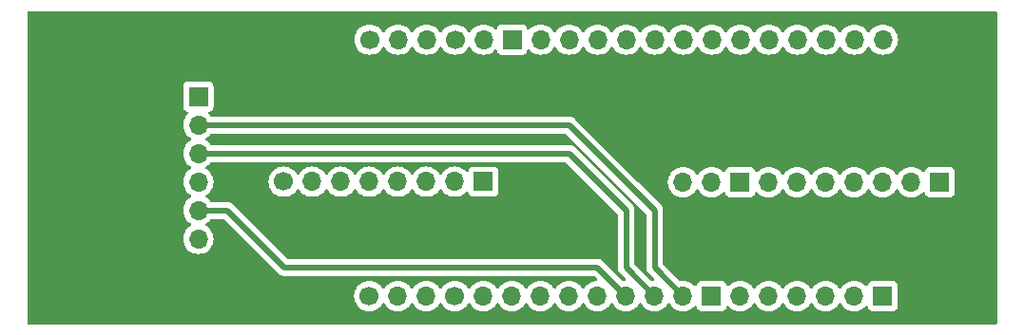
<source format=gbr>
%TF.GenerationSoftware,KiCad,Pcbnew,7.0.10*%
%TF.CreationDate,2024-01-17T15:28:00-05:00*%
%TF.ProjectId,ESP32-SD,45535033-322d-4534-942e-6b696361645f,1*%
%TF.SameCoordinates,Original*%
%TF.FileFunction,Copper,L4,Bot*%
%TF.FilePolarity,Positive*%
%FSLAX46Y46*%
G04 Gerber Fmt 4.6, Leading zero omitted, Abs format (unit mm)*
G04 Created by KiCad (PCBNEW 7.0.10) date 2024-01-17 15:28:00*
%MOMM*%
%LPD*%
G01*
G04 APERTURE LIST*
%TA.AperFunction,ComponentPad*%
%ADD10R,1.700000X1.700000*%
%TD*%
%TA.AperFunction,ComponentPad*%
%ADD11O,1.700000X1.700000*%
%TD*%
%TA.AperFunction,ComponentPad*%
%ADD12C,1.700000*%
%TD*%
%TA.AperFunction,Conductor*%
%ADD13C,0.500000*%
%TD*%
G04 APERTURE END LIST*
D10*
%TO.P,SD,GND*%
%TO.N,N/C*%
X109220000Y-93980000D03*
D11*
%TO.P,SD,MISO*%
X109220000Y-96520000D03*
%TO.P,SD,CLK*%
X109220000Y-99060000D03*
%TO.P,SD,MOSI*%
X109220000Y-101600000D03*
%TO.P,SD,SS*%
X109220000Y-104140000D03*
%TO.P,SD,3v3*%
X109220000Y-106680000D03*
%TD*%
%TO.P,FZ_R,3V3*%
%TO.N,N/C*%
X152390000Y-101610000D03*
%TO.P,FZ_R,PA14*%
X154930000Y-101610000D03*
D10*
%TO.P,FZ_R,GND*%
X157470000Y-101610000D03*
D11*
%TO.P,FZ_R,PA13*%
X160010000Y-101610000D03*
%TO.P,FZ_R,Tx1*%
X162550000Y-101610000D03*
%TO.P,FZ_R,Rx1*%
X165090000Y-101610000D03*
%TO.P,FZ_R,Tx2*%
X167630000Y-101610000D03*
%TO.P,FZ_R,Rx2*%
X170170000Y-101610000D03*
%TO.P,FZ_R,PB14*%
X172710000Y-101610000D03*
D10*
%TO.P,FZ_R,GND*%
X175250000Y-101610000D03*
%TD*%
D12*
%TO.P,Bottom,CLK*%
%TO.N,N/C*%
X124450000Y-111770000D03*
D11*
%TO.P,Bottom,SDD*%
X126990000Y-111770000D03*
%TO.P,Bottom,SD1*%
X129530000Y-111770000D03*
D12*
%TO.P,Bottom,P15*%
X132070000Y-111770000D03*
D11*
%TO.P,Bottom,P2*%
X134610000Y-111770000D03*
%TO.P,Bottom,P0*%
X137150000Y-111770000D03*
%TO.P,Bottom,P4*%
X139690000Y-111770000D03*
%TO.P,Bottom,Rx2*%
X142230000Y-111770000D03*
%TO.P,Bottom,Tx2*%
X144770000Y-111770000D03*
%TO.P,Bottom,SS*%
X147310000Y-111770000D03*
%TO.P,Bottom,CLK*%
X149850000Y-111770000D03*
%TO.P,Bottom,MISO*%
X152390000Y-111770000D03*
D10*
%TO.P,Bottom,GND*%
X154930000Y-111770000D03*
D11*
%TO.P,Bottom,P21*%
X157470000Y-111770000D03*
%TO.P,Bottom,Rx*%
X160010000Y-111770000D03*
%TO.P,Bottom,Tx*%
X162550000Y-111770000D03*
%TO.P,Bottom,P22*%
X165090000Y-111770000D03*
%TO.P,Bottom,MOSI*%
X167630000Y-111770000D03*
D10*
%TO.P,Bottom,GND*%
X170170000Y-111770000D03*
%TD*%
D12*
%TO.P,Top,5V*%
%TO.N,N/C*%
X124460000Y-88900000D03*
D11*
%TO.P,Top,CND*%
X127000000Y-88900000D03*
%TO.P,Top,SD3*%
X129540000Y-88900000D03*
D12*
%TO.P,Top,SD2*%
X132080000Y-88900000D03*
D11*
%TO.P,Top,P13*%
X134620000Y-88900000D03*
D10*
%TO.P,Top,GND*%
X137160000Y-88900000D03*
D11*
%TO.P,Top,P12*%
X139700000Y-88900000D03*
%TO.P,Top,P14*%
X142240000Y-88900000D03*
%TO.P,Top,P27*%
X144780000Y-88900000D03*
%TO.P,Top,P26*%
X147320000Y-88900000D03*
%TO.P,Top,P25*%
X149860000Y-88900000D03*
%TO.P,Top,P33*%
X152400000Y-88900000D03*
%TO.P,Top,P32*%
X154940000Y-88900000D03*
%TO.P,Top,P35*%
X157480000Y-88900000D03*
%TO.P,Top,P34*%
X160020000Y-88900000D03*
%TO.P,Top,SVN*%
X162560000Y-88900000D03*
%TO.P,Top,SVP*%
X165100000Y-88900000D03*
%TO.P,Top,EN*%
X167640000Y-88900000D03*
%TO.P,Top,3v3*%
X170180000Y-88900000D03*
%TD*%
D12*
%TO.P,Left,5V*%
%TO.N,N/C*%
X116830000Y-101585000D03*
D11*
%TO.P,Left,PA7*%
X119370000Y-101585000D03*
%TO.P,Left,PA6*%
X121910000Y-101585000D03*
%TO.P,Left,PA4*%
X124450000Y-101585000D03*
%TO.P,Left,PB3*%
X126990000Y-101585000D03*
%TO.P,Left,PB2*%
X129530000Y-101585000D03*
%TO.P,Left,PC3*%
X132070000Y-101585000D03*
D10*
%TO.P,Left,GND*%
X134610000Y-101585000D03*
%TD*%
D13*
%TO.N,*%
X149860000Y-109240000D02*
X152390000Y-111770000D01*
X149860000Y-104140000D02*
X149860000Y-109240000D01*
X142240000Y-96520000D02*
X149860000Y-104140000D01*
X109220000Y-96520000D02*
X142240000Y-96520000D01*
X142240000Y-99060000D02*
X109220000Y-99060000D01*
X147320000Y-104140000D02*
X142240000Y-99060000D01*
X147320000Y-109240000D02*
X147320000Y-104140000D01*
X149850000Y-111770000D02*
X147320000Y-109240000D01*
X144760000Y-109220000D02*
X147310000Y-111770000D01*
X116840000Y-109220000D02*
X144760000Y-109220000D01*
X111760000Y-104140000D02*
X116840000Y-109220000D01*
X109220000Y-104140000D02*
X111760000Y-104140000D01*
%TD*%
%TA.AperFunction,NonConductor*%
G36*
X180282539Y-86380185D02*
G01*
X180328294Y-86432989D01*
X180339500Y-86484500D01*
X180339500Y-114175500D01*
X180319815Y-114242539D01*
X180267011Y-114288294D01*
X180215500Y-114299500D01*
X94104500Y-114299500D01*
X94037461Y-114279815D01*
X93991706Y-114227011D01*
X93980500Y-114175500D01*
X93980500Y-106680000D01*
X107864341Y-106680000D01*
X107884936Y-106915403D01*
X107884938Y-106915413D01*
X107946094Y-107143655D01*
X107946096Y-107143659D01*
X107946097Y-107143663D01*
X108045965Y-107357830D01*
X108045967Y-107357834D01*
X108154281Y-107512521D01*
X108181505Y-107551401D01*
X108348599Y-107718495D01*
X108445384Y-107786265D01*
X108542165Y-107854032D01*
X108542167Y-107854033D01*
X108542170Y-107854035D01*
X108756337Y-107953903D01*
X108984592Y-108015063D01*
X109172918Y-108031539D01*
X109219999Y-108035659D01*
X109220000Y-108035659D01*
X109220001Y-108035659D01*
X109259234Y-108032226D01*
X109455408Y-108015063D01*
X109683663Y-107953903D01*
X109897830Y-107854035D01*
X110091401Y-107718495D01*
X110258495Y-107551401D01*
X110394035Y-107357830D01*
X110493903Y-107143663D01*
X110555063Y-106915408D01*
X110575659Y-106680000D01*
X110555063Y-106444592D01*
X110493903Y-106216337D01*
X110394035Y-106002171D01*
X110258495Y-105808599D01*
X110258494Y-105808597D01*
X110091402Y-105641506D01*
X110091396Y-105641501D01*
X109905842Y-105511575D01*
X109862217Y-105456998D01*
X109855023Y-105387500D01*
X109886546Y-105325145D01*
X109905842Y-105308425D01*
X109928026Y-105292891D01*
X110091401Y-105178495D01*
X110258495Y-105011401D01*
X110306127Y-104943376D01*
X110360704Y-104899751D01*
X110407701Y-104890500D01*
X111397770Y-104890500D01*
X111464809Y-104910185D01*
X111485451Y-104926819D01*
X116264270Y-109705638D01*
X116276051Y-109719270D01*
X116290388Y-109738528D01*
X116328337Y-109770372D01*
X116336310Y-109777679D01*
X116340217Y-109781586D01*
X116340223Y-109781591D01*
X116364537Y-109800816D01*
X116367318Y-109803080D01*
X116394956Y-109826271D01*
X116424789Y-109851305D01*
X116430818Y-109855270D01*
X116430785Y-109855319D01*
X116437147Y-109859372D01*
X116437179Y-109859321D01*
X116443319Y-109863108D01*
X116443323Y-109863111D01*
X116481977Y-109881135D01*
X116511320Y-109894819D01*
X116514566Y-109896391D01*
X116581562Y-109930038D01*
X116588357Y-109932511D01*
X116588336Y-109932567D01*
X116595457Y-109935043D01*
X116595476Y-109934986D01*
X116602319Y-109937253D01*
X116602327Y-109937257D01*
X116675895Y-109952447D01*
X116679228Y-109953186D01*
X116752279Y-109970500D01*
X116752281Y-109970500D01*
X116752285Y-109970501D01*
X116759453Y-109971339D01*
X116759446Y-109971398D01*
X116766944Y-109972164D01*
X116766950Y-109972105D01*
X116774139Y-109972734D01*
X116774143Y-109972733D01*
X116774144Y-109972734D01*
X116849130Y-109970552D01*
X116852737Y-109970500D01*
X144397770Y-109970500D01*
X144464809Y-109990185D01*
X144485451Y-110006819D01*
X144695047Y-110216415D01*
X144728532Y-110277738D01*
X144723548Y-110347430D01*
X144681676Y-110403363D01*
X144618174Y-110427624D01*
X144534596Y-110434936D01*
X144534586Y-110434938D01*
X144306344Y-110496094D01*
X144306335Y-110496098D01*
X144092171Y-110595964D01*
X144092169Y-110595965D01*
X143898597Y-110731505D01*
X143731505Y-110898597D01*
X143601575Y-111084158D01*
X143546998Y-111127783D01*
X143477500Y-111134977D01*
X143415145Y-111103454D01*
X143398425Y-111084158D01*
X143268494Y-110898597D01*
X143101402Y-110731506D01*
X143101395Y-110731501D01*
X142907834Y-110595967D01*
X142907830Y-110595965D01*
X142907828Y-110595964D01*
X142693663Y-110496097D01*
X142693659Y-110496096D01*
X142693655Y-110496094D01*
X142465413Y-110434938D01*
X142465403Y-110434936D01*
X142230001Y-110414341D01*
X142229999Y-110414341D01*
X141994596Y-110434936D01*
X141994586Y-110434938D01*
X141766344Y-110496094D01*
X141766335Y-110496098D01*
X141552171Y-110595964D01*
X141552169Y-110595965D01*
X141358597Y-110731505D01*
X141191505Y-110898597D01*
X141061575Y-111084158D01*
X141006998Y-111127783D01*
X140937500Y-111134977D01*
X140875145Y-111103454D01*
X140858425Y-111084158D01*
X140728494Y-110898597D01*
X140561402Y-110731506D01*
X140561395Y-110731501D01*
X140367834Y-110595967D01*
X140367830Y-110595965D01*
X140367828Y-110595964D01*
X140153663Y-110496097D01*
X140153659Y-110496096D01*
X140153655Y-110496094D01*
X139925413Y-110434938D01*
X139925403Y-110434936D01*
X139690001Y-110414341D01*
X139689999Y-110414341D01*
X139454596Y-110434936D01*
X139454586Y-110434938D01*
X139226344Y-110496094D01*
X139226335Y-110496098D01*
X139012171Y-110595964D01*
X139012169Y-110595965D01*
X138818597Y-110731505D01*
X138651505Y-110898597D01*
X138521575Y-111084158D01*
X138466998Y-111127783D01*
X138397500Y-111134977D01*
X138335145Y-111103454D01*
X138318425Y-111084158D01*
X138188494Y-110898597D01*
X138021402Y-110731506D01*
X138021395Y-110731501D01*
X137827834Y-110595967D01*
X137827830Y-110595965D01*
X137827828Y-110595964D01*
X137613663Y-110496097D01*
X137613659Y-110496096D01*
X137613655Y-110496094D01*
X137385413Y-110434938D01*
X137385403Y-110434936D01*
X137150001Y-110414341D01*
X137149999Y-110414341D01*
X136914596Y-110434936D01*
X136914586Y-110434938D01*
X136686344Y-110496094D01*
X136686335Y-110496098D01*
X136472171Y-110595964D01*
X136472169Y-110595965D01*
X136278597Y-110731505D01*
X136111505Y-110898597D01*
X135981575Y-111084158D01*
X135926998Y-111127783D01*
X135857500Y-111134977D01*
X135795145Y-111103454D01*
X135778425Y-111084158D01*
X135648494Y-110898597D01*
X135481402Y-110731506D01*
X135481395Y-110731501D01*
X135287834Y-110595967D01*
X135287830Y-110595965D01*
X135287828Y-110595964D01*
X135073663Y-110496097D01*
X135073659Y-110496096D01*
X135073655Y-110496094D01*
X134845413Y-110434938D01*
X134845403Y-110434936D01*
X134610001Y-110414341D01*
X134609999Y-110414341D01*
X134374596Y-110434936D01*
X134374586Y-110434938D01*
X134146344Y-110496094D01*
X134146335Y-110496098D01*
X133932171Y-110595964D01*
X133932169Y-110595965D01*
X133738597Y-110731505D01*
X133571505Y-110898597D01*
X133441575Y-111084158D01*
X133386998Y-111127783D01*
X133317500Y-111134977D01*
X133255145Y-111103454D01*
X133238425Y-111084158D01*
X133108494Y-110898597D01*
X132941402Y-110731506D01*
X132941395Y-110731501D01*
X132747834Y-110595967D01*
X132747830Y-110595965D01*
X132747828Y-110595964D01*
X132533663Y-110496097D01*
X132533659Y-110496096D01*
X132533655Y-110496094D01*
X132305413Y-110434938D01*
X132305403Y-110434936D01*
X132070001Y-110414341D01*
X132069999Y-110414341D01*
X131834596Y-110434936D01*
X131834586Y-110434938D01*
X131606344Y-110496094D01*
X131606335Y-110496098D01*
X131392171Y-110595964D01*
X131392169Y-110595965D01*
X131198597Y-110731505D01*
X131031505Y-110898597D01*
X130901575Y-111084158D01*
X130846998Y-111127783D01*
X130777500Y-111134977D01*
X130715145Y-111103454D01*
X130698425Y-111084158D01*
X130568494Y-110898597D01*
X130401402Y-110731506D01*
X130401395Y-110731501D01*
X130207834Y-110595967D01*
X130207830Y-110595965D01*
X130207828Y-110595964D01*
X129993663Y-110496097D01*
X129993659Y-110496096D01*
X129993655Y-110496094D01*
X129765413Y-110434938D01*
X129765403Y-110434936D01*
X129530001Y-110414341D01*
X129529999Y-110414341D01*
X129294596Y-110434936D01*
X129294586Y-110434938D01*
X129066344Y-110496094D01*
X129066335Y-110496098D01*
X128852171Y-110595964D01*
X128852169Y-110595965D01*
X128658597Y-110731505D01*
X128491505Y-110898597D01*
X128361575Y-111084158D01*
X128306998Y-111127783D01*
X128237500Y-111134977D01*
X128175145Y-111103454D01*
X128158425Y-111084158D01*
X128028494Y-110898597D01*
X127861402Y-110731506D01*
X127861395Y-110731501D01*
X127667834Y-110595967D01*
X127667830Y-110595965D01*
X127667828Y-110595964D01*
X127453663Y-110496097D01*
X127453659Y-110496096D01*
X127453655Y-110496094D01*
X127225413Y-110434938D01*
X127225403Y-110434936D01*
X126990001Y-110414341D01*
X126989999Y-110414341D01*
X126754596Y-110434936D01*
X126754586Y-110434938D01*
X126526344Y-110496094D01*
X126526335Y-110496098D01*
X126312171Y-110595964D01*
X126312169Y-110595965D01*
X126118597Y-110731505D01*
X125951505Y-110898597D01*
X125821575Y-111084158D01*
X125766998Y-111127783D01*
X125697500Y-111134977D01*
X125635145Y-111103454D01*
X125618425Y-111084158D01*
X125488494Y-110898597D01*
X125321402Y-110731506D01*
X125321395Y-110731501D01*
X125127834Y-110595967D01*
X125127830Y-110595965D01*
X125127828Y-110595964D01*
X124913663Y-110496097D01*
X124913659Y-110496096D01*
X124913655Y-110496094D01*
X124685413Y-110434938D01*
X124685403Y-110434936D01*
X124450001Y-110414341D01*
X124449999Y-110414341D01*
X124214596Y-110434936D01*
X124214586Y-110434938D01*
X123986344Y-110496094D01*
X123986335Y-110496098D01*
X123772171Y-110595964D01*
X123772169Y-110595965D01*
X123578597Y-110731505D01*
X123411505Y-110898597D01*
X123275965Y-111092169D01*
X123275964Y-111092171D01*
X123176098Y-111306335D01*
X123176094Y-111306344D01*
X123114938Y-111534586D01*
X123114936Y-111534596D01*
X123094341Y-111769999D01*
X123094341Y-111770000D01*
X123114936Y-112005403D01*
X123114938Y-112005413D01*
X123176094Y-112233655D01*
X123176096Y-112233659D01*
X123176097Y-112233663D01*
X123180000Y-112242032D01*
X123275965Y-112447830D01*
X123275967Y-112447834D01*
X123384281Y-112602521D01*
X123411505Y-112641401D01*
X123578599Y-112808495D01*
X123675384Y-112876265D01*
X123772165Y-112944032D01*
X123772167Y-112944033D01*
X123772170Y-112944035D01*
X123986337Y-113043903D01*
X124214592Y-113105063D01*
X124391034Y-113120500D01*
X124449999Y-113125659D01*
X124450000Y-113125659D01*
X124450001Y-113125659D01*
X124508966Y-113120500D01*
X124685408Y-113105063D01*
X124913663Y-113043903D01*
X125127830Y-112944035D01*
X125321401Y-112808495D01*
X125488495Y-112641401D01*
X125618425Y-112455842D01*
X125673002Y-112412217D01*
X125742500Y-112405023D01*
X125804855Y-112436546D01*
X125821575Y-112455842D01*
X125951500Y-112641395D01*
X125951505Y-112641401D01*
X126118599Y-112808495D01*
X126215384Y-112876265D01*
X126312165Y-112944032D01*
X126312167Y-112944033D01*
X126312170Y-112944035D01*
X126526337Y-113043903D01*
X126754592Y-113105063D01*
X126931034Y-113120500D01*
X126989999Y-113125659D01*
X126990000Y-113125659D01*
X126990001Y-113125659D01*
X127048966Y-113120500D01*
X127225408Y-113105063D01*
X127453663Y-113043903D01*
X127667830Y-112944035D01*
X127861401Y-112808495D01*
X128028495Y-112641401D01*
X128158425Y-112455842D01*
X128213002Y-112412217D01*
X128282500Y-112405023D01*
X128344855Y-112436546D01*
X128361575Y-112455842D01*
X128491500Y-112641395D01*
X128491505Y-112641401D01*
X128658599Y-112808495D01*
X128755384Y-112876265D01*
X128852165Y-112944032D01*
X128852167Y-112944033D01*
X128852170Y-112944035D01*
X129066337Y-113043903D01*
X129294592Y-113105063D01*
X129471034Y-113120500D01*
X129529999Y-113125659D01*
X129530000Y-113125659D01*
X129530001Y-113125659D01*
X129588966Y-113120500D01*
X129765408Y-113105063D01*
X129993663Y-113043903D01*
X130207830Y-112944035D01*
X130401401Y-112808495D01*
X130568495Y-112641401D01*
X130698425Y-112455842D01*
X130753002Y-112412217D01*
X130822500Y-112405023D01*
X130884855Y-112436546D01*
X130901575Y-112455842D01*
X131031500Y-112641395D01*
X131031505Y-112641401D01*
X131198599Y-112808495D01*
X131295384Y-112876265D01*
X131392165Y-112944032D01*
X131392167Y-112944033D01*
X131392170Y-112944035D01*
X131606337Y-113043903D01*
X131834592Y-113105063D01*
X132011034Y-113120500D01*
X132069999Y-113125659D01*
X132070000Y-113125659D01*
X132070001Y-113125659D01*
X132128966Y-113120500D01*
X132305408Y-113105063D01*
X132533663Y-113043903D01*
X132747830Y-112944035D01*
X132941401Y-112808495D01*
X133108495Y-112641401D01*
X133238425Y-112455842D01*
X133293002Y-112412217D01*
X133362500Y-112405023D01*
X133424855Y-112436546D01*
X133441575Y-112455842D01*
X133571500Y-112641395D01*
X133571505Y-112641401D01*
X133738599Y-112808495D01*
X133835384Y-112876265D01*
X133932165Y-112944032D01*
X133932167Y-112944033D01*
X133932170Y-112944035D01*
X134146337Y-113043903D01*
X134374592Y-113105063D01*
X134551034Y-113120500D01*
X134609999Y-113125659D01*
X134610000Y-113125659D01*
X134610001Y-113125659D01*
X134668966Y-113120500D01*
X134845408Y-113105063D01*
X135073663Y-113043903D01*
X135287830Y-112944035D01*
X135481401Y-112808495D01*
X135648495Y-112641401D01*
X135778425Y-112455842D01*
X135833002Y-112412217D01*
X135902500Y-112405023D01*
X135964855Y-112436546D01*
X135981575Y-112455842D01*
X136111500Y-112641395D01*
X136111505Y-112641401D01*
X136278599Y-112808495D01*
X136375384Y-112876265D01*
X136472165Y-112944032D01*
X136472167Y-112944033D01*
X136472170Y-112944035D01*
X136686337Y-113043903D01*
X136914592Y-113105063D01*
X137091034Y-113120500D01*
X137149999Y-113125659D01*
X137150000Y-113125659D01*
X137150001Y-113125659D01*
X137208966Y-113120500D01*
X137385408Y-113105063D01*
X137613663Y-113043903D01*
X137827830Y-112944035D01*
X138021401Y-112808495D01*
X138188495Y-112641401D01*
X138318425Y-112455842D01*
X138373002Y-112412217D01*
X138442500Y-112405023D01*
X138504855Y-112436546D01*
X138521575Y-112455842D01*
X138651500Y-112641395D01*
X138651505Y-112641401D01*
X138818599Y-112808495D01*
X138915384Y-112876265D01*
X139012165Y-112944032D01*
X139012167Y-112944033D01*
X139012170Y-112944035D01*
X139226337Y-113043903D01*
X139454592Y-113105063D01*
X139631034Y-113120500D01*
X139689999Y-113125659D01*
X139690000Y-113125659D01*
X139690001Y-113125659D01*
X139748966Y-113120500D01*
X139925408Y-113105063D01*
X140153663Y-113043903D01*
X140367830Y-112944035D01*
X140561401Y-112808495D01*
X140728495Y-112641401D01*
X140858425Y-112455842D01*
X140913002Y-112412217D01*
X140982500Y-112405023D01*
X141044855Y-112436546D01*
X141061575Y-112455842D01*
X141191500Y-112641395D01*
X141191505Y-112641401D01*
X141358599Y-112808495D01*
X141455384Y-112876265D01*
X141552165Y-112944032D01*
X141552167Y-112944033D01*
X141552170Y-112944035D01*
X141766337Y-113043903D01*
X141994592Y-113105063D01*
X142171034Y-113120500D01*
X142229999Y-113125659D01*
X142230000Y-113125659D01*
X142230001Y-113125659D01*
X142288966Y-113120500D01*
X142465408Y-113105063D01*
X142693663Y-113043903D01*
X142907830Y-112944035D01*
X143101401Y-112808495D01*
X143268495Y-112641401D01*
X143398425Y-112455842D01*
X143453002Y-112412217D01*
X143522500Y-112405023D01*
X143584855Y-112436546D01*
X143601575Y-112455842D01*
X143731500Y-112641395D01*
X143731505Y-112641401D01*
X143898599Y-112808495D01*
X143995384Y-112876265D01*
X144092165Y-112944032D01*
X144092167Y-112944033D01*
X144092170Y-112944035D01*
X144306337Y-113043903D01*
X144534592Y-113105063D01*
X144711034Y-113120500D01*
X144769999Y-113125659D01*
X144770000Y-113125659D01*
X144770001Y-113125659D01*
X144828966Y-113120500D01*
X145005408Y-113105063D01*
X145233663Y-113043903D01*
X145447830Y-112944035D01*
X145641401Y-112808495D01*
X145808495Y-112641401D01*
X145938425Y-112455842D01*
X145993002Y-112412217D01*
X146062500Y-112405023D01*
X146124855Y-112436546D01*
X146141575Y-112455842D01*
X146271500Y-112641395D01*
X146271505Y-112641401D01*
X146438599Y-112808495D01*
X146535384Y-112876265D01*
X146632165Y-112944032D01*
X146632167Y-112944033D01*
X146632170Y-112944035D01*
X146846337Y-113043903D01*
X147074592Y-113105063D01*
X147251034Y-113120500D01*
X147309999Y-113125659D01*
X147310000Y-113125659D01*
X147310001Y-113125659D01*
X147368966Y-113120500D01*
X147545408Y-113105063D01*
X147773663Y-113043903D01*
X147987830Y-112944035D01*
X148181401Y-112808495D01*
X148348495Y-112641401D01*
X148478425Y-112455842D01*
X148533002Y-112412217D01*
X148602500Y-112405023D01*
X148664855Y-112436546D01*
X148681575Y-112455842D01*
X148811500Y-112641395D01*
X148811505Y-112641401D01*
X148978599Y-112808495D01*
X149075384Y-112876265D01*
X149172165Y-112944032D01*
X149172167Y-112944033D01*
X149172170Y-112944035D01*
X149386337Y-113043903D01*
X149614592Y-113105063D01*
X149791034Y-113120500D01*
X149849999Y-113125659D01*
X149850000Y-113125659D01*
X149850001Y-113125659D01*
X149908966Y-113120500D01*
X150085408Y-113105063D01*
X150313663Y-113043903D01*
X150527830Y-112944035D01*
X150721401Y-112808495D01*
X150888495Y-112641401D01*
X151018425Y-112455842D01*
X151073002Y-112412217D01*
X151142500Y-112405023D01*
X151204855Y-112436546D01*
X151221575Y-112455842D01*
X151351500Y-112641395D01*
X151351505Y-112641401D01*
X151518599Y-112808495D01*
X151615384Y-112876265D01*
X151712165Y-112944032D01*
X151712167Y-112944033D01*
X151712170Y-112944035D01*
X151926337Y-113043903D01*
X152154592Y-113105063D01*
X152331034Y-113120500D01*
X152389999Y-113125659D01*
X152390000Y-113125659D01*
X152390001Y-113125659D01*
X152448966Y-113120500D01*
X152625408Y-113105063D01*
X152853663Y-113043903D01*
X153067830Y-112944035D01*
X153261401Y-112808495D01*
X153383329Y-112686566D01*
X153444648Y-112653084D01*
X153514340Y-112658068D01*
X153570274Y-112699939D01*
X153587189Y-112730917D01*
X153636202Y-112862328D01*
X153636206Y-112862335D01*
X153722452Y-112977544D01*
X153722455Y-112977547D01*
X153837664Y-113063793D01*
X153837671Y-113063797D01*
X153972517Y-113114091D01*
X153972516Y-113114091D01*
X153979444Y-113114835D01*
X154032127Y-113120500D01*
X155827872Y-113120499D01*
X155887483Y-113114091D01*
X156022331Y-113063796D01*
X156137546Y-112977546D01*
X156223796Y-112862331D01*
X156272810Y-112730916D01*
X156314681Y-112674984D01*
X156380145Y-112650566D01*
X156448418Y-112665417D01*
X156476673Y-112686569D01*
X156598599Y-112808495D01*
X156695384Y-112876265D01*
X156792165Y-112944032D01*
X156792167Y-112944033D01*
X156792170Y-112944035D01*
X157006337Y-113043903D01*
X157234592Y-113105063D01*
X157411034Y-113120500D01*
X157469999Y-113125659D01*
X157470000Y-113125659D01*
X157470001Y-113125659D01*
X157528966Y-113120500D01*
X157705408Y-113105063D01*
X157933663Y-113043903D01*
X158147830Y-112944035D01*
X158341401Y-112808495D01*
X158508495Y-112641401D01*
X158638425Y-112455842D01*
X158693002Y-112412217D01*
X158762500Y-112405023D01*
X158824855Y-112436546D01*
X158841575Y-112455842D01*
X158971500Y-112641395D01*
X158971505Y-112641401D01*
X159138599Y-112808495D01*
X159235384Y-112876265D01*
X159332165Y-112944032D01*
X159332167Y-112944033D01*
X159332170Y-112944035D01*
X159546337Y-113043903D01*
X159774592Y-113105063D01*
X159951034Y-113120500D01*
X160009999Y-113125659D01*
X160010000Y-113125659D01*
X160010001Y-113125659D01*
X160068966Y-113120500D01*
X160245408Y-113105063D01*
X160473663Y-113043903D01*
X160687830Y-112944035D01*
X160881401Y-112808495D01*
X161048495Y-112641401D01*
X161178425Y-112455842D01*
X161233002Y-112412217D01*
X161302500Y-112405023D01*
X161364855Y-112436546D01*
X161381575Y-112455842D01*
X161511500Y-112641395D01*
X161511505Y-112641401D01*
X161678599Y-112808495D01*
X161775384Y-112876265D01*
X161872165Y-112944032D01*
X161872167Y-112944033D01*
X161872170Y-112944035D01*
X162086337Y-113043903D01*
X162314592Y-113105063D01*
X162491034Y-113120500D01*
X162549999Y-113125659D01*
X162550000Y-113125659D01*
X162550001Y-113125659D01*
X162608966Y-113120500D01*
X162785408Y-113105063D01*
X163013663Y-113043903D01*
X163227830Y-112944035D01*
X163421401Y-112808495D01*
X163588495Y-112641401D01*
X163718425Y-112455842D01*
X163773002Y-112412217D01*
X163842500Y-112405023D01*
X163904855Y-112436546D01*
X163921575Y-112455842D01*
X164051500Y-112641395D01*
X164051505Y-112641401D01*
X164218599Y-112808495D01*
X164315384Y-112876265D01*
X164412165Y-112944032D01*
X164412167Y-112944033D01*
X164412170Y-112944035D01*
X164626337Y-113043903D01*
X164854592Y-113105063D01*
X165031034Y-113120500D01*
X165089999Y-113125659D01*
X165090000Y-113125659D01*
X165090001Y-113125659D01*
X165148966Y-113120500D01*
X165325408Y-113105063D01*
X165553663Y-113043903D01*
X165767830Y-112944035D01*
X165961401Y-112808495D01*
X166128495Y-112641401D01*
X166258425Y-112455842D01*
X166313002Y-112412217D01*
X166382500Y-112405023D01*
X166444855Y-112436546D01*
X166461575Y-112455842D01*
X166591500Y-112641395D01*
X166591505Y-112641401D01*
X166758599Y-112808495D01*
X166855384Y-112876265D01*
X166952165Y-112944032D01*
X166952167Y-112944033D01*
X166952170Y-112944035D01*
X167166337Y-113043903D01*
X167394592Y-113105063D01*
X167571034Y-113120500D01*
X167629999Y-113125659D01*
X167630000Y-113125659D01*
X167630001Y-113125659D01*
X167688966Y-113120500D01*
X167865408Y-113105063D01*
X168093663Y-113043903D01*
X168307830Y-112944035D01*
X168501401Y-112808495D01*
X168623329Y-112686566D01*
X168684648Y-112653084D01*
X168754340Y-112658068D01*
X168810274Y-112699939D01*
X168827189Y-112730917D01*
X168876202Y-112862328D01*
X168876206Y-112862335D01*
X168962452Y-112977544D01*
X168962455Y-112977547D01*
X169077664Y-113063793D01*
X169077671Y-113063797D01*
X169212517Y-113114091D01*
X169212516Y-113114091D01*
X169219444Y-113114835D01*
X169272127Y-113120500D01*
X171067872Y-113120499D01*
X171127483Y-113114091D01*
X171262331Y-113063796D01*
X171377546Y-112977546D01*
X171463796Y-112862331D01*
X171514091Y-112727483D01*
X171520500Y-112667873D01*
X171520499Y-110872128D01*
X171514091Y-110812517D01*
X171512810Y-110809083D01*
X171463797Y-110677671D01*
X171463793Y-110677664D01*
X171377547Y-110562455D01*
X171377544Y-110562452D01*
X171262335Y-110476206D01*
X171262328Y-110476202D01*
X171127482Y-110425908D01*
X171127483Y-110425908D01*
X171067883Y-110419501D01*
X171067881Y-110419500D01*
X171067873Y-110419500D01*
X171067864Y-110419500D01*
X169272129Y-110419500D01*
X169272123Y-110419501D01*
X169212516Y-110425908D01*
X169077671Y-110476202D01*
X169077664Y-110476206D01*
X168962455Y-110562452D01*
X168962452Y-110562455D01*
X168876206Y-110677664D01*
X168876203Y-110677669D01*
X168827189Y-110809083D01*
X168785317Y-110865016D01*
X168719853Y-110889433D01*
X168651580Y-110874581D01*
X168623326Y-110853430D01*
X168501402Y-110731506D01*
X168501395Y-110731501D01*
X168307834Y-110595967D01*
X168307830Y-110595965D01*
X168307828Y-110595964D01*
X168093663Y-110496097D01*
X168093659Y-110496096D01*
X168093655Y-110496094D01*
X167865413Y-110434938D01*
X167865403Y-110434936D01*
X167630001Y-110414341D01*
X167629999Y-110414341D01*
X167394596Y-110434936D01*
X167394586Y-110434938D01*
X167166344Y-110496094D01*
X167166335Y-110496098D01*
X166952171Y-110595964D01*
X166952169Y-110595965D01*
X166758597Y-110731505D01*
X166591505Y-110898597D01*
X166461575Y-111084158D01*
X166406998Y-111127783D01*
X166337500Y-111134977D01*
X166275145Y-111103454D01*
X166258425Y-111084158D01*
X166128494Y-110898597D01*
X165961402Y-110731506D01*
X165961395Y-110731501D01*
X165767834Y-110595967D01*
X165767830Y-110595965D01*
X165767828Y-110595964D01*
X165553663Y-110496097D01*
X165553659Y-110496096D01*
X165553655Y-110496094D01*
X165325413Y-110434938D01*
X165325403Y-110434936D01*
X165090001Y-110414341D01*
X165089999Y-110414341D01*
X164854596Y-110434936D01*
X164854586Y-110434938D01*
X164626344Y-110496094D01*
X164626335Y-110496098D01*
X164412171Y-110595964D01*
X164412169Y-110595965D01*
X164218597Y-110731505D01*
X164051505Y-110898597D01*
X163921575Y-111084158D01*
X163866998Y-111127783D01*
X163797500Y-111134977D01*
X163735145Y-111103454D01*
X163718425Y-111084158D01*
X163588494Y-110898597D01*
X163421402Y-110731506D01*
X163421395Y-110731501D01*
X163227834Y-110595967D01*
X163227830Y-110595965D01*
X163227828Y-110595964D01*
X163013663Y-110496097D01*
X163013659Y-110496096D01*
X163013655Y-110496094D01*
X162785413Y-110434938D01*
X162785403Y-110434936D01*
X162550001Y-110414341D01*
X162549999Y-110414341D01*
X162314596Y-110434936D01*
X162314586Y-110434938D01*
X162086344Y-110496094D01*
X162086335Y-110496098D01*
X161872171Y-110595964D01*
X161872169Y-110595965D01*
X161678597Y-110731505D01*
X161511505Y-110898597D01*
X161381575Y-111084158D01*
X161326998Y-111127783D01*
X161257500Y-111134977D01*
X161195145Y-111103454D01*
X161178425Y-111084158D01*
X161048494Y-110898597D01*
X160881402Y-110731506D01*
X160881395Y-110731501D01*
X160687834Y-110595967D01*
X160687830Y-110595965D01*
X160687828Y-110595964D01*
X160473663Y-110496097D01*
X160473659Y-110496096D01*
X160473655Y-110496094D01*
X160245413Y-110434938D01*
X160245403Y-110434936D01*
X160010001Y-110414341D01*
X160009999Y-110414341D01*
X159774596Y-110434936D01*
X159774586Y-110434938D01*
X159546344Y-110496094D01*
X159546335Y-110496098D01*
X159332171Y-110595964D01*
X159332169Y-110595965D01*
X159138597Y-110731505D01*
X158971505Y-110898597D01*
X158841575Y-111084158D01*
X158786998Y-111127783D01*
X158717500Y-111134977D01*
X158655145Y-111103454D01*
X158638425Y-111084158D01*
X158508494Y-110898597D01*
X158341402Y-110731506D01*
X158341395Y-110731501D01*
X158147834Y-110595967D01*
X158147830Y-110595965D01*
X158147828Y-110595964D01*
X157933663Y-110496097D01*
X157933659Y-110496096D01*
X157933655Y-110496094D01*
X157705413Y-110434938D01*
X157705403Y-110434936D01*
X157470001Y-110414341D01*
X157469999Y-110414341D01*
X157234596Y-110434936D01*
X157234586Y-110434938D01*
X157006344Y-110496094D01*
X157006335Y-110496098D01*
X156792171Y-110595964D01*
X156792169Y-110595965D01*
X156598600Y-110731503D01*
X156476673Y-110853430D01*
X156415350Y-110886914D01*
X156345658Y-110881930D01*
X156289725Y-110840058D01*
X156272810Y-110809081D01*
X156223797Y-110677671D01*
X156223793Y-110677664D01*
X156137547Y-110562455D01*
X156137544Y-110562452D01*
X156022335Y-110476206D01*
X156022328Y-110476202D01*
X155887482Y-110425908D01*
X155887483Y-110425908D01*
X155827883Y-110419501D01*
X155827881Y-110419500D01*
X155827873Y-110419500D01*
X155827864Y-110419500D01*
X154032129Y-110419500D01*
X154032123Y-110419501D01*
X153972516Y-110425908D01*
X153837671Y-110476202D01*
X153837664Y-110476206D01*
X153722455Y-110562452D01*
X153722452Y-110562455D01*
X153636206Y-110677664D01*
X153636203Y-110677669D01*
X153587189Y-110809083D01*
X153545317Y-110865016D01*
X153479853Y-110889433D01*
X153411580Y-110874581D01*
X153383326Y-110853430D01*
X153261402Y-110731506D01*
X153261395Y-110731501D01*
X153067834Y-110595967D01*
X153067830Y-110595965D01*
X153067828Y-110595964D01*
X152853663Y-110496097D01*
X152853659Y-110496096D01*
X152853655Y-110496094D01*
X152625413Y-110434938D01*
X152625403Y-110434936D01*
X152390001Y-110414341D01*
X152389998Y-110414341D01*
X152176986Y-110432977D01*
X152108486Y-110419210D01*
X152078498Y-110397130D01*
X150646819Y-108965451D01*
X150613334Y-108904128D01*
X150610500Y-108877770D01*
X150610500Y-104203705D01*
X150611809Y-104185735D01*
X150615289Y-104161974D01*
X150610972Y-104112635D01*
X150610500Y-104101826D01*
X150610500Y-104096296D01*
X150610500Y-104096291D01*
X150606898Y-104065478D01*
X150606534Y-104061915D01*
X150599998Y-103987206D01*
X150599998Y-103987202D01*
X150599995Y-103987195D01*
X150598538Y-103980133D01*
X150598597Y-103980120D01*
X150596967Y-103972764D01*
X150596908Y-103972779D01*
X150595241Y-103965747D01*
X150595241Y-103965745D01*
X150569563Y-103895196D01*
X150568424Y-103891918D01*
X150544814Y-103820665D01*
X150544813Y-103820663D01*
X150541763Y-103814121D01*
X150541817Y-103814095D01*
X150538533Y-103807312D01*
X150538480Y-103807340D01*
X150535238Y-103800885D01*
X150535235Y-103800880D01*
X150494025Y-103738223D01*
X150492107Y-103735212D01*
X150452714Y-103671347D01*
X150452713Y-103671346D01*
X150452712Y-103671344D01*
X150452710Y-103671342D01*
X150448234Y-103665681D01*
X150448280Y-103665643D01*
X150443519Y-103659799D01*
X150443474Y-103659838D01*
X150438831Y-103654305D01*
X150384290Y-103602848D01*
X150381703Y-103600335D01*
X148391368Y-101610000D01*
X151034341Y-101610000D01*
X151054936Y-101845403D01*
X151054938Y-101845413D01*
X151116094Y-102073655D01*
X151116096Y-102073659D01*
X151116097Y-102073663D01*
X151199358Y-102252217D01*
X151215965Y-102287830D01*
X151215967Y-102287834D01*
X151324281Y-102442521D01*
X151351505Y-102481401D01*
X151518599Y-102648495D01*
X151615384Y-102716265D01*
X151712165Y-102784032D01*
X151712167Y-102784033D01*
X151712170Y-102784035D01*
X151926337Y-102883903D01*
X152154592Y-102945063D01*
X152331034Y-102960500D01*
X152389999Y-102965659D01*
X152390000Y-102965659D01*
X152390001Y-102965659D01*
X152448966Y-102960500D01*
X152625408Y-102945063D01*
X152853663Y-102883903D01*
X153067830Y-102784035D01*
X153261401Y-102648495D01*
X153428495Y-102481401D01*
X153558425Y-102295842D01*
X153613002Y-102252217D01*
X153682500Y-102245023D01*
X153744855Y-102276546D01*
X153761575Y-102295842D01*
X153891500Y-102481395D01*
X153891505Y-102481401D01*
X154058599Y-102648495D01*
X154155384Y-102716265D01*
X154252165Y-102784032D01*
X154252167Y-102784033D01*
X154252170Y-102784035D01*
X154466337Y-102883903D01*
X154694592Y-102945063D01*
X154871034Y-102960500D01*
X154929999Y-102965659D01*
X154930000Y-102965659D01*
X154930001Y-102965659D01*
X154988966Y-102960500D01*
X155165408Y-102945063D01*
X155393663Y-102883903D01*
X155607830Y-102784035D01*
X155801401Y-102648495D01*
X155923329Y-102526566D01*
X155984648Y-102493084D01*
X156054340Y-102498068D01*
X156110274Y-102539939D01*
X156127189Y-102570917D01*
X156176202Y-102702328D01*
X156176206Y-102702335D01*
X156262452Y-102817544D01*
X156262455Y-102817547D01*
X156377664Y-102903793D01*
X156377671Y-102903797D01*
X156512517Y-102954091D01*
X156512516Y-102954091D01*
X156519444Y-102954835D01*
X156572127Y-102960500D01*
X158367872Y-102960499D01*
X158427483Y-102954091D01*
X158562331Y-102903796D01*
X158677546Y-102817546D01*
X158763796Y-102702331D01*
X158812810Y-102570916D01*
X158854681Y-102514984D01*
X158920145Y-102490566D01*
X158988418Y-102505417D01*
X159016673Y-102526569D01*
X159138599Y-102648495D01*
X159235384Y-102716265D01*
X159332165Y-102784032D01*
X159332167Y-102784033D01*
X159332170Y-102784035D01*
X159546337Y-102883903D01*
X159774592Y-102945063D01*
X159951034Y-102960500D01*
X160009999Y-102965659D01*
X160010000Y-102965659D01*
X160010001Y-102965659D01*
X160068966Y-102960500D01*
X160245408Y-102945063D01*
X160473663Y-102883903D01*
X160687830Y-102784035D01*
X160881401Y-102648495D01*
X161048495Y-102481401D01*
X161178425Y-102295842D01*
X161233002Y-102252217D01*
X161302500Y-102245023D01*
X161364855Y-102276546D01*
X161381575Y-102295842D01*
X161511500Y-102481395D01*
X161511505Y-102481401D01*
X161678599Y-102648495D01*
X161775384Y-102716265D01*
X161872165Y-102784032D01*
X161872167Y-102784033D01*
X161872170Y-102784035D01*
X162086337Y-102883903D01*
X162314592Y-102945063D01*
X162491034Y-102960500D01*
X162549999Y-102965659D01*
X162550000Y-102965659D01*
X162550001Y-102965659D01*
X162608966Y-102960500D01*
X162785408Y-102945063D01*
X163013663Y-102883903D01*
X163227830Y-102784035D01*
X163421401Y-102648495D01*
X163588495Y-102481401D01*
X163718425Y-102295842D01*
X163773002Y-102252217D01*
X163842500Y-102245023D01*
X163904855Y-102276546D01*
X163921575Y-102295842D01*
X164051500Y-102481395D01*
X164051505Y-102481401D01*
X164218599Y-102648495D01*
X164315384Y-102716265D01*
X164412165Y-102784032D01*
X164412167Y-102784033D01*
X164412170Y-102784035D01*
X164626337Y-102883903D01*
X164854592Y-102945063D01*
X165031034Y-102960500D01*
X165089999Y-102965659D01*
X165090000Y-102965659D01*
X165090001Y-102965659D01*
X165148966Y-102960500D01*
X165325408Y-102945063D01*
X165553663Y-102883903D01*
X165767830Y-102784035D01*
X165961401Y-102648495D01*
X166128495Y-102481401D01*
X166258425Y-102295842D01*
X166313002Y-102252217D01*
X166382500Y-102245023D01*
X166444855Y-102276546D01*
X166461575Y-102295842D01*
X166591500Y-102481395D01*
X166591505Y-102481401D01*
X166758599Y-102648495D01*
X166855384Y-102716265D01*
X166952165Y-102784032D01*
X166952167Y-102784033D01*
X166952170Y-102784035D01*
X167166337Y-102883903D01*
X167394592Y-102945063D01*
X167571034Y-102960500D01*
X167629999Y-102965659D01*
X167630000Y-102965659D01*
X167630001Y-102965659D01*
X167688966Y-102960500D01*
X167865408Y-102945063D01*
X168093663Y-102883903D01*
X168307830Y-102784035D01*
X168501401Y-102648495D01*
X168668495Y-102481401D01*
X168798425Y-102295842D01*
X168853002Y-102252217D01*
X168922500Y-102245023D01*
X168984855Y-102276546D01*
X169001575Y-102295842D01*
X169131500Y-102481395D01*
X169131505Y-102481401D01*
X169298599Y-102648495D01*
X169395384Y-102716265D01*
X169492165Y-102784032D01*
X169492167Y-102784033D01*
X169492170Y-102784035D01*
X169706337Y-102883903D01*
X169934592Y-102945063D01*
X170111034Y-102960500D01*
X170169999Y-102965659D01*
X170170000Y-102965659D01*
X170170001Y-102965659D01*
X170228966Y-102960500D01*
X170405408Y-102945063D01*
X170633663Y-102883903D01*
X170847830Y-102784035D01*
X171041401Y-102648495D01*
X171208495Y-102481401D01*
X171338425Y-102295842D01*
X171393002Y-102252217D01*
X171462500Y-102245023D01*
X171524855Y-102276546D01*
X171541575Y-102295842D01*
X171671500Y-102481395D01*
X171671505Y-102481401D01*
X171838599Y-102648495D01*
X171935384Y-102716265D01*
X172032165Y-102784032D01*
X172032167Y-102784033D01*
X172032170Y-102784035D01*
X172246337Y-102883903D01*
X172474592Y-102945063D01*
X172651034Y-102960500D01*
X172709999Y-102965659D01*
X172710000Y-102965659D01*
X172710001Y-102965659D01*
X172768966Y-102960500D01*
X172945408Y-102945063D01*
X173173663Y-102883903D01*
X173387830Y-102784035D01*
X173581401Y-102648495D01*
X173703329Y-102526566D01*
X173764648Y-102493084D01*
X173834340Y-102498068D01*
X173890274Y-102539939D01*
X173907189Y-102570917D01*
X173956202Y-102702328D01*
X173956206Y-102702335D01*
X174042452Y-102817544D01*
X174042455Y-102817547D01*
X174157664Y-102903793D01*
X174157671Y-102903797D01*
X174292517Y-102954091D01*
X174292516Y-102954091D01*
X174299444Y-102954835D01*
X174352127Y-102960500D01*
X176147872Y-102960499D01*
X176207483Y-102954091D01*
X176342331Y-102903796D01*
X176457546Y-102817546D01*
X176543796Y-102702331D01*
X176594091Y-102567483D01*
X176600500Y-102507873D01*
X176600499Y-100712128D01*
X176594091Y-100652517D01*
X176592810Y-100649083D01*
X176543797Y-100517671D01*
X176543793Y-100517664D01*
X176457547Y-100402455D01*
X176457544Y-100402452D01*
X176342335Y-100316206D01*
X176342328Y-100316202D01*
X176207482Y-100265908D01*
X176207483Y-100265908D01*
X176147883Y-100259501D01*
X176147881Y-100259500D01*
X176147873Y-100259500D01*
X176147864Y-100259500D01*
X174352129Y-100259500D01*
X174352123Y-100259501D01*
X174292516Y-100265908D01*
X174157671Y-100316202D01*
X174157664Y-100316206D01*
X174042455Y-100402452D01*
X174042452Y-100402455D01*
X173956206Y-100517664D01*
X173956203Y-100517669D01*
X173907189Y-100649083D01*
X173865317Y-100705016D01*
X173799853Y-100729433D01*
X173731580Y-100714581D01*
X173703326Y-100693430D01*
X173581402Y-100571506D01*
X173581395Y-100571501D01*
X173567119Y-100561505D01*
X173504518Y-100517671D01*
X173387834Y-100435967D01*
X173387830Y-100435965D01*
X173366385Y-100425965D01*
X173173663Y-100336097D01*
X173173659Y-100336096D01*
X173173655Y-100336094D01*
X172945413Y-100274938D01*
X172945403Y-100274936D01*
X172710001Y-100254341D01*
X172709999Y-100254341D01*
X172474596Y-100274936D01*
X172474586Y-100274938D01*
X172246344Y-100336094D01*
X172246335Y-100336098D01*
X172032171Y-100435964D01*
X172032169Y-100435965D01*
X171838597Y-100571505D01*
X171671505Y-100738597D01*
X171541575Y-100924158D01*
X171486998Y-100967783D01*
X171417500Y-100974977D01*
X171355145Y-100943454D01*
X171338425Y-100924158D01*
X171208494Y-100738597D01*
X171041402Y-100571506D01*
X171041395Y-100571501D01*
X171027119Y-100561505D01*
X170964518Y-100517671D01*
X170847834Y-100435967D01*
X170847830Y-100435965D01*
X170826385Y-100425965D01*
X170633663Y-100336097D01*
X170633659Y-100336096D01*
X170633655Y-100336094D01*
X170405413Y-100274938D01*
X170405403Y-100274936D01*
X170170001Y-100254341D01*
X170169999Y-100254341D01*
X169934596Y-100274936D01*
X169934586Y-100274938D01*
X169706344Y-100336094D01*
X169706335Y-100336098D01*
X169492171Y-100435964D01*
X169492169Y-100435965D01*
X169298597Y-100571505D01*
X169131505Y-100738597D01*
X169001575Y-100924158D01*
X168946998Y-100967783D01*
X168877500Y-100974977D01*
X168815145Y-100943454D01*
X168798425Y-100924158D01*
X168668494Y-100738597D01*
X168501402Y-100571506D01*
X168501395Y-100571501D01*
X168487119Y-100561505D01*
X168424518Y-100517671D01*
X168307834Y-100435967D01*
X168307830Y-100435965D01*
X168286385Y-100425965D01*
X168093663Y-100336097D01*
X168093659Y-100336096D01*
X168093655Y-100336094D01*
X167865413Y-100274938D01*
X167865403Y-100274936D01*
X167630001Y-100254341D01*
X167629999Y-100254341D01*
X167394596Y-100274936D01*
X167394586Y-100274938D01*
X167166344Y-100336094D01*
X167166335Y-100336098D01*
X166952171Y-100435964D01*
X166952169Y-100435965D01*
X166758597Y-100571505D01*
X166591505Y-100738597D01*
X166461575Y-100924158D01*
X166406998Y-100967783D01*
X166337500Y-100974977D01*
X166275145Y-100943454D01*
X166258425Y-100924158D01*
X166128494Y-100738597D01*
X165961402Y-100571506D01*
X165961395Y-100571501D01*
X165947119Y-100561505D01*
X165884518Y-100517671D01*
X165767834Y-100435967D01*
X165767830Y-100435965D01*
X165746385Y-100425965D01*
X165553663Y-100336097D01*
X165553659Y-100336096D01*
X165553655Y-100336094D01*
X165325413Y-100274938D01*
X165325403Y-100274936D01*
X165090001Y-100254341D01*
X165089999Y-100254341D01*
X164854596Y-100274936D01*
X164854586Y-100274938D01*
X164626344Y-100336094D01*
X164626335Y-100336098D01*
X164412171Y-100435964D01*
X164412169Y-100435965D01*
X164218597Y-100571505D01*
X164051505Y-100738597D01*
X163921575Y-100924158D01*
X163866998Y-100967783D01*
X163797500Y-100974977D01*
X163735145Y-100943454D01*
X163718425Y-100924158D01*
X163588494Y-100738597D01*
X163421402Y-100571506D01*
X163421395Y-100571501D01*
X163407119Y-100561505D01*
X163344518Y-100517671D01*
X163227834Y-100435967D01*
X163227830Y-100435965D01*
X163206385Y-100425965D01*
X163013663Y-100336097D01*
X163013659Y-100336096D01*
X163013655Y-100336094D01*
X162785413Y-100274938D01*
X162785403Y-100274936D01*
X162550001Y-100254341D01*
X162549999Y-100254341D01*
X162314596Y-100274936D01*
X162314586Y-100274938D01*
X162086344Y-100336094D01*
X162086335Y-100336098D01*
X161872171Y-100435964D01*
X161872169Y-100435965D01*
X161678597Y-100571505D01*
X161511505Y-100738597D01*
X161381575Y-100924158D01*
X161326998Y-100967783D01*
X161257500Y-100974977D01*
X161195145Y-100943454D01*
X161178425Y-100924158D01*
X161048494Y-100738597D01*
X160881402Y-100571506D01*
X160881395Y-100571501D01*
X160867119Y-100561505D01*
X160804518Y-100517671D01*
X160687834Y-100435967D01*
X160687830Y-100435965D01*
X160666385Y-100425965D01*
X160473663Y-100336097D01*
X160473659Y-100336096D01*
X160473655Y-100336094D01*
X160245413Y-100274938D01*
X160245403Y-100274936D01*
X160010001Y-100254341D01*
X160009999Y-100254341D01*
X159774596Y-100274936D01*
X159774586Y-100274938D01*
X159546344Y-100336094D01*
X159546335Y-100336098D01*
X159332171Y-100435964D01*
X159332169Y-100435965D01*
X159138600Y-100571503D01*
X159016673Y-100693430D01*
X158955350Y-100726914D01*
X158885658Y-100721930D01*
X158829725Y-100680058D01*
X158812810Y-100649081D01*
X158763797Y-100517671D01*
X158763793Y-100517664D01*
X158677547Y-100402455D01*
X158677544Y-100402452D01*
X158562335Y-100316206D01*
X158562328Y-100316202D01*
X158427482Y-100265908D01*
X158427483Y-100265908D01*
X158367883Y-100259501D01*
X158367881Y-100259500D01*
X158367873Y-100259500D01*
X158367864Y-100259500D01*
X156572129Y-100259500D01*
X156572123Y-100259501D01*
X156512516Y-100265908D01*
X156377671Y-100316202D01*
X156377664Y-100316206D01*
X156262455Y-100402452D01*
X156262452Y-100402455D01*
X156176206Y-100517664D01*
X156176203Y-100517669D01*
X156127189Y-100649083D01*
X156085317Y-100705016D01*
X156019853Y-100729433D01*
X155951580Y-100714581D01*
X155923326Y-100693430D01*
X155801402Y-100571506D01*
X155801395Y-100571501D01*
X155787119Y-100561505D01*
X155724518Y-100517671D01*
X155607834Y-100435967D01*
X155607830Y-100435965D01*
X155586385Y-100425965D01*
X155393663Y-100336097D01*
X155393659Y-100336096D01*
X155393655Y-100336094D01*
X155165413Y-100274938D01*
X155165403Y-100274936D01*
X154930001Y-100254341D01*
X154929999Y-100254341D01*
X154694596Y-100274936D01*
X154694586Y-100274938D01*
X154466344Y-100336094D01*
X154466335Y-100336098D01*
X154252171Y-100435964D01*
X154252169Y-100435965D01*
X154058597Y-100571505D01*
X153891505Y-100738597D01*
X153761575Y-100924158D01*
X153706998Y-100967783D01*
X153637500Y-100974977D01*
X153575145Y-100943454D01*
X153558425Y-100924158D01*
X153428494Y-100738597D01*
X153261402Y-100571506D01*
X153261395Y-100571501D01*
X153247119Y-100561505D01*
X153184518Y-100517671D01*
X153067834Y-100435967D01*
X153067830Y-100435965D01*
X153046385Y-100425965D01*
X152853663Y-100336097D01*
X152853659Y-100336096D01*
X152853655Y-100336094D01*
X152625413Y-100274938D01*
X152625403Y-100274936D01*
X152390001Y-100254341D01*
X152389999Y-100254341D01*
X152154596Y-100274936D01*
X152154586Y-100274938D01*
X151926344Y-100336094D01*
X151926335Y-100336098D01*
X151712171Y-100435964D01*
X151712169Y-100435965D01*
X151518597Y-100571505D01*
X151351505Y-100738597D01*
X151215965Y-100932169D01*
X151215964Y-100932171D01*
X151116098Y-101146335D01*
X151116094Y-101146344D01*
X151054938Y-101374586D01*
X151054936Y-101374596D01*
X151034341Y-101609999D01*
X151034341Y-101610000D01*
X148391368Y-101610000D01*
X142815729Y-96034361D01*
X142803949Y-96020730D01*
X142789610Y-96001470D01*
X142751651Y-95969619D01*
X142743686Y-95962318D01*
X142739780Y-95958411D01*
X142715443Y-95939168D01*
X142712647Y-95936890D01*
X142655214Y-95888698D01*
X142649180Y-95884729D01*
X142649212Y-95884680D01*
X142642853Y-95880628D01*
X142642822Y-95880679D01*
X142636680Y-95876891D01*
X142636678Y-95876890D01*
X142636677Y-95876889D01*
X142568688Y-95845184D01*
X142565447Y-95843615D01*
X142534530Y-95828088D01*
X142498433Y-95809960D01*
X142498431Y-95809959D01*
X142498430Y-95809959D01*
X142491645Y-95807489D01*
X142491665Y-95807433D01*
X142484549Y-95804959D01*
X142484531Y-95805015D01*
X142477674Y-95802743D01*
X142404210Y-95787573D01*
X142400693Y-95786793D01*
X142327718Y-95769499D01*
X142320547Y-95768661D01*
X142320553Y-95768601D01*
X142313055Y-95767835D01*
X142313050Y-95767895D01*
X142305860Y-95767265D01*
X142230870Y-95769448D01*
X142227263Y-95769500D01*
X110407701Y-95769500D01*
X110340662Y-95749815D01*
X110306126Y-95716623D01*
X110258496Y-95648600D01*
X110258495Y-95648599D01*
X110136567Y-95526671D01*
X110103084Y-95465351D01*
X110108068Y-95395659D01*
X110149939Y-95339725D01*
X110180915Y-95322810D01*
X110312331Y-95273796D01*
X110427546Y-95187546D01*
X110513796Y-95072331D01*
X110564091Y-94937483D01*
X110570500Y-94877873D01*
X110570499Y-93082128D01*
X110564091Y-93022517D01*
X110513796Y-92887669D01*
X110513795Y-92887668D01*
X110513793Y-92887664D01*
X110427547Y-92772455D01*
X110427544Y-92772452D01*
X110312335Y-92686206D01*
X110312328Y-92686202D01*
X110177482Y-92635908D01*
X110177483Y-92635908D01*
X110117883Y-92629501D01*
X110117881Y-92629500D01*
X110117873Y-92629500D01*
X110117864Y-92629500D01*
X108322129Y-92629500D01*
X108322123Y-92629501D01*
X108262516Y-92635908D01*
X108127671Y-92686202D01*
X108127664Y-92686206D01*
X108012455Y-92772452D01*
X108012452Y-92772455D01*
X107926206Y-92887664D01*
X107926202Y-92887671D01*
X107875908Y-93022517D01*
X107869501Y-93082116D01*
X107869501Y-93082123D01*
X107869500Y-93082135D01*
X107869500Y-94877870D01*
X107869501Y-94877876D01*
X107875908Y-94937483D01*
X107926202Y-95072328D01*
X107926206Y-95072335D01*
X108012452Y-95187544D01*
X108012455Y-95187547D01*
X108127664Y-95273793D01*
X108127671Y-95273797D01*
X108259081Y-95322810D01*
X108315015Y-95364681D01*
X108339432Y-95430145D01*
X108324580Y-95498418D01*
X108303430Y-95526673D01*
X108181503Y-95648600D01*
X108045965Y-95842169D01*
X108045964Y-95842171D01*
X107946098Y-96056335D01*
X107946094Y-96056344D01*
X107884938Y-96284586D01*
X107884936Y-96284596D01*
X107864341Y-96519999D01*
X107864341Y-96520000D01*
X107884936Y-96755403D01*
X107884938Y-96755413D01*
X107946094Y-96983655D01*
X107946096Y-96983659D01*
X107946097Y-96983663D01*
X108045965Y-97197830D01*
X108045967Y-97197834D01*
X108181501Y-97391395D01*
X108181506Y-97391402D01*
X108348597Y-97558493D01*
X108348603Y-97558498D01*
X108534158Y-97688425D01*
X108577783Y-97743002D01*
X108584977Y-97812500D01*
X108553454Y-97874855D01*
X108534158Y-97891575D01*
X108348597Y-98021505D01*
X108181505Y-98188597D01*
X108045965Y-98382169D01*
X108045964Y-98382171D01*
X107946098Y-98596335D01*
X107946094Y-98596344D01*
X107884938Y-98824586D01*
X107884936Y-98824596D01*
X107864341Y-99059999D01*
X107864341Y-99060000D01*
X107884936Y-99295403D01*
X107884938Y-99295413D01*
X107946094Y-99523655D01*
X107946096Y-99523659D01*
X107946097Y-99523663D01*
X108045965Y-99737830D01*
X108045967Y-99737834D01*
X108181501Y-99931395D01*
X108181506Y-99931402D01*
X108348597Y-100098493D01*
X108348603Y-100098498D01*
X108534158Y-100228425D01*
X108577783Y-100283002D01*
X108584977Y-100352500D01*
X108553454Y-100414855D01*
X108534158Y-100431575D01*
X108348597Y-100561505D01*
X108181505Y-100728597D01*
X108045965Y-100922169D01*
X108045964Y-100922171D01*
X107946098Y-101136335D01*
X107946094Y-101136344D01*
X107884938Y-101364586D01*
X107884936Y-101364596D01*
X107864341Y-101599999D01*
X107864341Y-101600000D01*
X107884936Y-101835403D01*
X107884938Y-101835413D01*
X107946094Y-102063655D01*
X107946096Y-102063659D01*
X107946097Y-102063663D01*
X108038970Y-102262830D01*
X108045965Y-102277830D01*
X108045967Y-102277834D01*
X108154281Y-102432521D01*
X108179182Y-102468084D01*
X108181501Y-102471395D01*
X108181506Y-102471402D01*
X108348597Y-102638493D01*
X108348603Y-102638498D01*
X108534158Y-102768425D01*
X108577783Y-102823002D01*
X108584977Y-102892500D01*
X108553454Y-102954855D01*
X108534158Y-102971575D01*
X108348597Y-103101505D01*
X108181505Y-103268597D01*
X108045965Y-103462169D01*
X108045964Y-103462171D01*
X107946098Y-103676335D01*
X107946094Y-103676344D01*
X107884938Y-103904586D01*
X107884936Y-103904596D01*
X107864341Y-104139999D01*
X107864341Y-104140000D01*
X107884936Y-104375403D01*
X107884938Y-104375413D01*
X107946094Y-104603655D01*
X107946096Y-104603659D01*
X107946097Y-104603663D01*
X108045965Y-104817830D01*
X108045967Y-104817834D01*
X108181501Y-105011395D01*
X108181506Y-105011402D01*
X108348597Y-105178493D01*
X108348603Y-105178498D01*
X108534158Y-105308425D01*
X108577783Y-105363002D01*
X108584977Y-105432500D01*
X108553454Y-105494855D01*
X108534158Y-105511575D01*
X108348597Y-105641505D01*
X108181505Y-105808597D01*
X108045965Y-106002169D01*
X108045964Y-106002171D01*
X107946098Y-106216335D01*
X107946094Y-106216344D01*
X107884938Y-106444586D01*
X107884936Y-106444596D01*
X107864341Y-106679999D01*
X107864341Y-106680000D01*
X93980500Y-106680000D01*
X93980500Y-88900000D01*
X123104341Y-88900000D01*
X123124936Y-89135403D01*
X123124938Y-89135413D01*
X123186094Y-89363655D01*
X123186096Y-89363659D01*
X123186097Y-89363663D01*
X123190000Y-89372032D01*
X123285965Y-89577830D01*
X123285967Y-89577834D01*
X123394281Y-89732521D01*
X123421505Y-89771401D01*
X123588599Y-89938495D01*
X123685384Y-90006265D01*
X123782165Y-90074032D01*
X123782167Y-90074033D01*
X123782170Y-90074035D01*
X123996337Y-90173903D01*
X124224592Y-90235063D01*
X124401034Y-90250500D01*
X124459999Y-90255659D01*
X124460000Y-90255659D01*
X124460001Y-90255659D01*
X124518966Y-90250500D01*
X124695408Y-90235063D01*
X124923663Y-90173903D01*
X125137830Y-90074035D01*
X125331401Y-89938495D01*
X125498495Y-89771401D01*
X125628425Y-89585842D01*
X125683002Y-89542217D01*
X125752500Y-89535023D01*
X125814855Y-89566546D01*
X125831575Y-89585842D01*
X125961500Y-89771395D01*
X125961505Y-89771401D01*
X126128599Y-89938495D01*
X126225384Y-90006265D01*
X126322165Y-90074032D01*
X126322167Y-90074033D01*
X126322170Y-90074035D01*
X126536337Y-90173903D01*
X126764592Y-90235063D01*
X126941034Y-90250500D01*
X126999999Y-90255659D01*
X127000000Y-90255659D01*
X127000001Y-90255659D01*
X127058966Y-90250500D01*
X127235408Y-90235063D01*
X127463663Y-90173903D01*
X127677830Y-90074035D01*
X127871401Y-89938495D01*
X128038495Y-89771401D01*
X128168425Y-89585842D01*
X128223002Y-89542217D01*
X128292500Y-89535023D01*
X128354855Y-89566546D01*
X128371575Y-89585842D01*
X128501500Y-89771395D01*
X128501505Y-89771401D01*
X128668599Y-89938495D01*
X128765384Y-90006265D01*
X128862165Y-90074032D01*
X128862167Y-90074033D01*
X128862170Y-90074035D01*
X129076337Y-90173903D01*
X129304592Y-90235063D01*
X129481034Y-90250500D01*
X129539999Y-90255659D01*
X129540000Y-90255659D01*
X129540001Y-90255659D01*
X129598966Y-90250500D01*
X129775408Y-90235063D01*
X130003663Y-90173903D01*
X130217830Y-90074035D01*
X130411401Y-89938495D01*
X130578495Y-89771401D01*
X130708425Y-89585842D01*
X130763002Y-89542217D01*
X130832500Y-89535023D01*
X130894855Y-89566546D01*
X130911575Y-89585842D01*
X131041500Y-89771395D01*
X131041505Y-89771401D01*
X131208599Y-89938495D01*
X131305384Y-90006265D01*
X131402165Y-90074032D01*
X131402167Y-90074033D01*
X131402170Y-90074035D01*
X131616337Y-90173903D01*
X131844592Y-90235063D01*
X132021034Y-90250500D01*
X132079999Y-90255659D01*
X132080000Y-90255659D01*
X132080001Y-90255659D01*
X132138966Y-90250500D01*
X132315408Y-90235063D01*
X132543663Y-90173903D01*
X132757830Y-90074035D01*
X132951401Y-89938495D01*
X133118495Y-89771401D01*
X133248425Y-89585842D01*
X133303002Y-89542217D01*
X133372500Y-89535023D01*
X133434855Y-89566546D01*
X133451575Y-89585842D01*
X133581500Y-89771395D01*
X133581505Y-89771401D01*
X133748599Y-89938495D01*
X133845384Y-90006265D01*
X133942165Y-90074032D01*
X133942167Y-90074033D01*
X133942170Y-90074035D01*
X134156337Y-90173903D01*
X134384592Y-90235063D01*
X134561034Y-90250500D01*
X134619999Y-90255659D01*
X134620000Y-90255659D01*
X134620001Y-90255659D01*
X134678966Y-90250500D01*
X134855408Y-90235063D01*
X135083663Y-90173903D01*
X135297830Y-90074035D01*
X135491401Y-89938495D01*
X135613329Y-89816566D01*
X135674648Y-89783084D01*
X135744340Y-89788068D01*
X135800274Y-89829939D01*
X135817189Y-89860917D01*
X135866202Y-89992328D01*
X135866206Y-89992335D01*
X135952452Y-90107544D01*
X135952455Y-90107547D01*
X136067664Y-90193793D01*
X136067671Y-90193797D01*
X136202517Y-90244091D01*
X136202516Y-90244091D01*
X136209444Y-90244835D01*
X136262127Y-90250500D01*
X138057872Y-90250499D01*
X138117483Y-90244091D01*
X138252331Y-90193796D01*
X138367546Y-90107546D01*
X138453796Y-89992331D01*
X138502810Y-89860916D01*
X138544681Y-89804984D01*
X138610145Y-89780566D01*
X138678418Y-89795417D01*
X138706673Y-89816569D01*
X138828599Y-89938495D01*
X138925384Y-90006265D01*
X139022165Y-90074032D01*
X139022167Y-90074033D01*
X139022170Y-90074035D01*
X139236337Y-90173903D01*
X139464592Y-90235063D01*
X139641034Y-90250500D01*
X139699999Y-90255659D01*
X139700000Y-90255659D01*
X139700001Y-90255659D01*
X139758966Y-90250500D01*
X139935408Y-90235063D01*
X140163663Y-90173903D01*
X140377830Y-90074035D01*
X140571401Y-89938495D01*
X140738495Y-89771401D01*
X140868425Y-89585842D01*
X140923002Y-89542217D01*
X140992500Y-89535023D01*
X141054855Y-89566546D01*
X141071575Y-89585842D01*
X141201500Y-89771395D01*
X141201505Y-89771401D01*
X141368599Y-89938495D01*
X141465384Y-90006265D01*
X141562165Y-90074032D01*
X141562167Y-90074033D01*
X141562170Y-90074035D01*
X141776337Y-90173903D01*
X142004592Y-90235063D01*
X142181034Y-90250500D01*
X142239999Y-90255659D01*
X142240000Y-90255659D01*
X142240001Y-90255659D01*
X142298966Y-90250500D01*
X142475408Y-90235063D01*
X142703663Y-90173903D01*
X142917830Y-90074035D01*
X143111401Y-89938495D01*
X143278495Y-89771401D01*
X143408425Y-89585842D01*
X143463002Y-89542217D01*
X143532500Y-89535023D01*
X143594855Y-89566546D01*
X143611575Y-89585842D01*
X143741500Y-89771395D01*
X143741505Y-89771401D01*
X143908599Y-89938495D01*
X144005384Y-90006265D01*
X144102165Y-90074032D01*
X144102167Y-90074033D01*
X144102170Y-90074035D01*
X144316337Y-90173903D01*
X144544592Y-90235063D01*
X144721034Y-90250500D01*
X144779999Y-90255659D01*
X144780000Y-90255659D01*
X144780001Y-90255659D01*
X144838966Y-90250500D01*
X145015408Y-90235063D01*
X145243663Y-90173903D01*
X145457830Y-90074035D01*
X145651401Y-89938495D01*
X145818495Y-89771401D01*
X145948425Y-89585842D01*
X146003002Y-89542217D01*
X146072500Y-89535023D01*
X146134855Y-89566546D01*
X146151575Y-89585842D01*
X146281500Y-89771395D01*
X146281505Y-89771401D01*
X146448599Y-89938495D01*
X146545384Y-90006265D01*
X146642165Y-90074032D01*
X146642167Y-90074033D01*
X146642170Y-90074035D01*
X146856337Y-90173903D01*
X147084592Y-90235063D01*
X147261034Y-90250500D01*
X147319999Y-90255659D01*
X147320000Y-90255659D01*
X147320001Y-90255659D01*
X147378966Y-90250500D01*
X147555408Y-90235063D01*
X147783663Y-90173903D01*
X147997830Y-90074035D01*
X148191401Y-89938495D01*
X148358495Y-89771401D01*
X148488425Y-89585842D01*
X148543002Y-89542217D01*
X148612500Y-89535023D01*
X148674855Y-89566546D01*
X148691575Y-89585842D01*
X148821500Y-89771395D01*
X148821505Y-89771401D01*
X148988599Y-89938495D01*
X149085384Y-90006265D01*
X149182165Y-90074032D01*
X149182167Y-90074033D01*
X149182170Y-90074035D01*
X149396337Y-90173903D01*
X149624592Y-90235063D01*
X149801034Y-90250500D01*
X149859999Y-90255659D01*
X149860000Y-90255659D01*
X149860001Y-90255659D01*
X149918966Y-90250500D01*
X150095408Y-90235063D01*
X150323663Y-90173903D01*
X150537830Y-90074035D01*
X150731401Y-89938495D01*
X150898495Y-89771401D01*
X151028425Y-89585842D01*
X151083002Y-89542217D01*
X151152500Y-89535023D01*
X151214855Y-89566546D01*
X151231575Y-89585842D01*
X151361500Y-89771395D01*
X151361505Y-89771401D01*
X151528599Y-89938495D01*
X151625384Y-90006265D01*
X151722165Y-90074032D01*
X151722167Y-90074033D01*
X151722170Y-90074035D01*
X151936337Y-90173903D01*
X152164592Y-90235063D01*
X152341034Y-90250500D01*
X152399999Y-90255659D01*
X152400000Y-90255659D01*
X152400001Y-90255659D01*
X152458966Y-90250500D01*
X152635408Y-90235063D01*
X152863663Y-90173903D01*
X153077830Y-90074035D01*
X153271401Y-89938495D01*
X153438495Y-89771401D01*
X153568425Y-89585842D01*
X153623002Y-89542217D01*
X153692500Y-89535023D01*
X153754855Y-89566546D01*
X153771575Y-89585842D01*
X153901500Y-89771395D01*
X153901505Y-89771401D01*
X154068599Y-89938495D01*
X154165384Y-90006265D01*
X154262165Y-90074032D01*
X154262167Y-90074033D01*
X154262170Y-90074035D01*
X154476337Y-90173903D01*
X154704592Y-90235063D01*
X154881034Y-90250500D01*
X154939999Y-90255659D01*
X154940000Y-90255659D01*
X154940001Y-90255659D01*
X154998966Y-90250500D01*
X155175408Y-90235063D01*
X155403663Y-90173903D01*
X155617830Y-90074035D01*
X155811401Y-89938495D01*
X155978495Y-89771401D01*
X156108425Y-89585842D01*
X156163002Y-89542217D01*
X156232500Y-89535023D01*
X156294855Y-89566546D01*
X156311575Y-89585842D01*
X156441500Y-89771395D01*
X156441505Y-89771401D01*
X156608599Y-89938495D01*
X156705384Y-90006265D01*
X156802165Y-90074032D01*
X156802167Y-90074033D01*
X156802170Y-90074035D01*
X157016337Y-90173903D01*
X157244592Y-90235063D01*
X157421034Y-90250500D01*
X157479999Y-90255659D01*
X157480000Y-90255659D01*
X157480001Y-90255659D01*
X157538966Y-90250500D01*
X157715408Y-90235063D01*
X157943663Y-90173903D01*
X158157830Y-90074035D01*
X158351401Y-89938495D01*
X158518495Y-89771401D01*
X158648425Y-89585842D01*
X158703002Y-89542217D01*
X158772500Y-89535023D01*
X158834855Y-89566546D01*
X158851575Y-89585842D01*
X158981500Y-89771395D01*
X158981505Y-89771401D01*
X159148599Y-89938495D01*
X159245384Y-90006265D01*
X159342165Y-90074032D01*
X159342167Y-90074033D01*
X159342170Y-90074035D01*
X159556337Y-90173903D01*
X159784592Y-90235063D01*
X159961034Y-90250500D01*
X160019999Y-90255659D01*
X160020000Y-90255659D01*
X160020001Y-90255659D01*
X160078966Y-90250500D01*
X160255408Y-90235063D01*
X160483663Y-90173903D01*
X160697830Y-90074035D01*
X160891401Y-89938495D01*
X161058495Y-89771401D01*
X161188425Y-89585842D01*
X161243002Y-89542217D01*
X161312500Y-89535023D01*
X161374855Y-89566546D01*
X161391575Y-89585842D01*
X161521500Y-89771395D01*
X161521505Y-89771401D01*
X161688599Y-89938495D01*
X161785384Y-90006265D01*
X161882165Y-90074032D01*
X161882167Y-90074033D01*
X161882170Y-90074035D01*
X162096337Y-90173903D01*
X162324592Y-90235063D01*
X162501034Y-90250500D01*
X162559999Y-90255659D01*
X162560000Y-90255659D01*
X162560001Y-90255659D01*
X162618966Y-90250500D01*
X162795408Y-90235063D01*
X163023663Y-90173903D01*
X163237830Y-90074035D01*
X163431401Y-89938495D01*
X163598495Y-89771401D01*
X163728425Y-89585842D01*
X163783002Y-89542217D01*
X163852500Y-89535023D01*
X163914855Y-89566546D01*
X163931575Y-89585842D01*
X164061500Y-89771395D01*
X164061505Y-89771401D01*
X164228599Y-89938495D01*
X164325384Y-90006265D01*
X164422165Y-90074032D01*
X164422167Y-90074033D01*
X164422170Y-90074035D01*
X164636337Y-90173903D01*
X164864592Y-90235063D01*
X165041034Y-90250500D01*
X165099999Y-90255659D01*
X165100000Y-90255659D01*
X165100001Y-90255659D01*
X165158966Y-90250500D01*
X165335408Y-90235063D01*
X165563663Y-90173903D01*
X165777830Y-90074035D01*
X165971401Y-89938495D01*
X166138495Y-89771401D01*
X166268425Y-89585842D01*
X166323002Y-89542217D01*
X166392500Y-89535023D01*
X166454855Y-89566546D01*
X166471575Y-89585842D01*
X166601500Y-89771395D01*
X166601505Y-89771401D01*
X166768599Y-89938495D01*
X166865384Y-90006265D01*
X166962165Y-90074032D01*
X166962167Y-90074033D01*
X166962170Y-90074035D01*
X167176337Y-90173903D01*
X167404592Y-90235063D01*
X167581034Y-90250500D01*
X167639999Y-90255659D01*
X167640000Y-90255659D01*
X167640001Y-90255659D01*
X167698966Y-90250500D01*
X167875408Y-90235063D01*
X168103663Y-90173903D01*
X168317830Y-90074035D01*
X168511401Y-89938495D01*
X168678495Y-89771401D01*
X168808425Y-89585842D01*
X168863002Y-89542217D01*
X168932500Y-89535023D01*
X168994855Y-89566546D01*
X169011575Y-89585842D01*
X169141500Y-89771395D01*
X169141505Y-89771401D01*
X169308599Y-89938495D01*
X169405384Y-90006265D01*
X169502165Y-90074032D01*
X169502167Y-90074033D01*
X169502170Y-90074035D01*
X169716337Y-90173903D01*
X169944592Y-90235063D01*
X170121034Y-90250500D01*
X170179999Y-90255659D01*
X170180000Y-90255659D01*
X170180001Y-90255659D01*
X170238966Y-90250500D01*
X170415408Y-90235063D01*
X170643663Y-90173903D01*
X170857830Y-90074035D01*
X171051401Y-89938495D01*
X171218495Y-89771401D01*
X171354035Y-89577830D01*
X171453903Y-89363663D01*
X171515063Y-89135408D01*
X171535659Y-88900000D01*
X171515063Y-88664592D01*
X171453903Y-88436337D01*
X171354035Y-88222171D01*
X171348425Y-88214158D01*
X171218494Y-88028597D01*
X171051402Y-87861506D01*
X171051395Y-87861501D01*
X170857834Y-87725967D01*
X170857830Y-87725965D01*
X170857828Y-87725964D01*
X170643663Y-87626097D01*
X170643659Y-87626096D01*
X170643655Y-87626094D01*
X170415413Y-87564938D01*
X170415403Y-87564936D01*
X170180001Y-87544341D01*
X170179999Y-87544341D01*
X169944596Y-87564936D01*
X169944586Y-87564938D01*
X169716344Y-87626094D01*
X169716335Y-87626098D01*
X169502171Y-87725964D01*
X169502169Y-87725965D01*
X169308597Y-87861505D01*
X169141505Y-88028597D01*
X169011575Y-88214158D01*
X168956998Y-88257783D01*
X168887500Y-88264977D01*
X168825145Y-88233454D01*
X168808425Y-88214158D01*
X168678494Y-88028597D01*
X168511402Y-87861506D01*
X168511395Y-87861501D01*
X168317834Y-87725967D01*
X168317830Y-87725965D01*
X168317828Y-87725964D01*
X168103663Y-87626097D01*
X168103659Y-87626096D01*
X168103655Y-87626094D01*
X167875413Y-87564938D01*
X167875403Y-87564936D01*
X167640001Y-87544341D01*
X167639999Y-87544341D01*
X167404596Y-87564936D01*
X167404586Y-87564938D01*
X167176344Y-87626094D01*
X167176335Y-87626098D01*
X166962171Y-87725964D01*
X166962169Y-87725965D01*
X166768597Y-87861505D01*
X166601505Y-88028597D01*
X166471575Y-88214158D01*
X166416998Y-88257783D01*
X166347500Y-88264977D01*
X166285145Y-88233454D01*
X166268425Y-88214158D01*
X166138494Y-88028597D01*
X165971402Y-87861506D01*
X165971395Y-87861501D01*
X165777834Y-87725967D01*
X165777830Y-87725965D01*
X165777828Y-87725964D01*
X165563663Y-87626097D01*
X165563659Y-87626096D01*
X165563655Y-87626094D01*
X165335413Y-87564938D01*
X165335403Y-87564936D01*
X165100001Y-87544341D01*
X165099999Y-87544341D01*
X164864596Y-87564936D01*
X164864586Y-87564938D01*
X164636344Y-87626094D01*
X164636335Y-87626098D01*
X164422171Y-87725964D01*
X164422169Y-87725965D01*
X164228597Y-87861505D01*
X164061505Y-88028597D01*
X163931575Y-88214158D01*
X163876998Y-88257783D01*
X163807500Y-88264977D01*
X163745145Y-88233454D01*
X163728425Y-88214158D01*
X163598494Y-88028597D01*
X163431402Y-87861506D01*
X163431395Y-87861501D01*
X163237834Y-87725967D01*
X163237830Y-87725965D01*
X163237828Y-87725964D01*
X163023663Y-87626097D01*
X163023659Y-87626096D01*
X163023655Y-87626094D01*
X162795413Y-87564938D01*
X162795403Y-87564936D01*
X162560001Y-87544341D01*
X162559999Y-87544341D01*
X162324596Y-87564936D01*
X162324586Y-87564938D01*
X162096344Y-87626094D01*
X162096335Y-87626098D01*
X161882171Y-87725964D01*
X161882169Y-87725965D01*
X161688597Y-87861505D01*
X161521505Y-88028597D01*
X161391575Y-88214158D01*
X161336998Y-88257783D01*
X161267500Y-88264977D01*
X161205145Y-88233454D01*
X161188425Y-88214158D01*
X161058494Y-88028597D01*
X160891402Y-87861506D01*
X160891395Y-87861501D01*
X160697834Y-87725967D01*
X160697830Y-87725965D01*
X160697828Y-87725964D01*
X160483663Y-87626097D01*
X160483659Y-87626096D01*
X160483655Y-87626094D01*
X160255413Y-87564938D01*
X160255403Y-87564936D01*
X160020001Y-87544341D01*
X160019999Y-87544341D01*
X159784596Y-87564936D01*
X159784586Y-87564938D01*
X159556344Y-87626094D01*
X159556335Y-87626098D01*
X159342171Y-87725964D01*
X159342169Y-87725965D01*
X159148597Y-87861505D01*
X158981505Y-88028597D01*
X158851575Y-88214158D01*
X158796998Y-88257783D01*
X158727500Y-88264977D01*
X158665145Y-88233454D01*
X158648425Y-88214158D01*
X158518494Y-88028597D01*
X158351402Y-87861506D01*
X158351395Y-87861501D01*
X158157834Y-87725967D01*
X158157830Y-87725965D01*
X158157828Y-87725964D01*
X157943663Y-87626097D01*
X157943659Y-87626096D01*
X157943655Y-87626094D01*
X157715413Y-87564938D01*
X157715403Y-87564936D01*
X157480001Y-87544341D01*
X157479999Y-87544341D01*
X157244596Y-87564936D01*
X157244586Y-87564938D01*
X157016344Y-87626094D01*
X157016335Y-87626098D01*
X156802171Y-87725964D01*
X156802169Y-87725965D01*
X156608597Y-87861505D01*
X156441505Y-88028597D01*
X156311575Y-88214158D01*
X156256998Y-88257783D01*
X156187500Y-88264977D01*
X156125145Y-88233454D01*
X156108425Y-88214158D01*
X155978494Y-88028597D01*
X155811402Y-87861506D01*
X155811395Y-87861501D01*
X155617834Y-87725967D01*
X155617830Y-87725965D01*
X155617828Y-87725964D01*
X155403663Y-87626097D01*
X155403659Y-87626096D01*
X155403655Y-87626094D01*
X155175413Y-87564938D01*
X155175403Y-87564936D01*
X154940001Y-87544341D01*
X154939999Y-87544341D01*
X154704596Y-87564936D01*
X154704586Y-87564938D01*
X154476344Y-87626094D01*
X154476335Y-87626098D01*
X154262171Y-87725964D01*
X154262169Y-87725965D01*
X154068597Y-87861505D01*
X153901505Y-88028597D01*
X153771575Y-88214158D01*
X153716998Y-88257783D01*
X153647500Y-88264977D01*
X153585145Y-88233454D01*
X153568425Y-88214158D01*
X153438494Y-88028597D01*
X153271402Y-87861506D01*
X153271395Y-87861501D01*
X153077834Y-87725967D01*
X153077830Y-87725965D01*
X153077828Y-87725964D01*
X152863663Y-87626097D01*
X152863659Y-87626096D01*
X152863655Y-87626094D01*
X152635413Y-87564938D01*
X152635403Y-87564936D01*
X152400001Y-87544341D01*
X152399999Y-87544341D01*
X152164596Y-87564936D01*
X152164586Y-87564938D01*
X151936344Y-87626094D01*
X151936335Y-87626098D01*
X151722171Y-87725964D01*
X151722169Y-87725965D01*
X151528597Y-87861505D01*
X151361505Y-88028597D01*
X151231575Y-88214158D01*
X151176998Y-88257783D01*
X151107500Y-88264977D01*
X151045145Y-88233454D01*
X151028425Y-88214158D01*
X150898494Y-88028597D01*
X150731402Y-87861506D01*
X150731395Y-87861501D01*
X150537834Y-87725967D01*
X150537830Y-87725965D01*
X150537828Y-87725964D01*
X150323663Y-87626097D01*
X150323659Y-87626096D01*
X150323655Y-87626094D01*
X150095413Y-87564938D01*
X150095403Y-87564936D01*
X149860001Y-87544341D01*
X149859999Y-87544341D01*
X149624596Y-87564936D01*
X149624586Y-87564938D01*
X149396344Y-87626094D01*
X149396335Y-87626098D01*
X149182171Y-87725964D01*
X149182169Y-87725965D01*
X148988597Y-87861505D01*
X148821505Y-88028597D01*
X148691575Y-88214158D01*
X148636998Y-88257783D01*
X148567500Y-88264977D01*
X148505145Y-88233454D01*
X148488425Y-88214158D01*
X148358494Y-88028597D01*
X148191402Y-87861506D01*
X148191395Y-87861501D01*
X147997834Y-87725967D01*
X147997830Y-87725965D01*
X147997828Y-87725964D01*
X147783663Y-87626097D01*
X147783659Y-87626096D01*
X147783655Y-87626094D01*
X147555413Y-87564938D01*
X147555403Y-87564936D01*
X147320001Y-87544341D01*
X147319999Y-87544341D01*
X147084596Y-87564936D01*
X147084586Y-87564938D01*
X146856344Y-87626094D01*
X146856335Y-87626098D01*
X146642171Y-87725964D01*
X146642169Y-87725965D01*
X146448597Y-87861505D01*
X146281505Y-88028597D01*
X146151575Y-88214158D01*
X146096998Y-88257783D01*
X146027500Y-88264977D01*
X145965145Y-88233454D01*
X145948425Y-88214158D01*
X145818494Y-88028597D01*
X145651402Y-87861506D01*
X145651395Y-87861501D01*
X145457834Y-87725967D01*
X145457830Y-87725965D01*
X145457828Y-87725964D01*
X145243663Y-87626097D01*
X145243659Y-87626096D01*
X145243655Y-87626094D01*
X145015413Y-87564938D01*
X145015403Y-87564936D01*
X144780001Y-87544341D01*
X144779999Y-87544341D01*
X144544596Y-87564936D01*
X144544586Y-87564938D01*
X144316344Y-87626094D01*
X144316335Y-87626098D01*
X144102171Y-87725964D01*
X144102169Y-87725965D01*
X143908597Y-87861505D01*
X143741505Y-88028597D01*
X143611575Y-88214158D01*
X143556998Y-88257783D01*
X143487500Y-88264977D01*
X143425145Y-88233454D01*
X143408425Y-88214158D01*
X143278494Y-88028597D01*
X143111402Y-87861506D01*
X143111395Y-87861501D01*
X142917834Y-87725967D01*
X142917830Y-87725965D01*
X142917828Y-87725964D01*
X142703663Y-87626097D01*
X142703659Y-87626096D01*
X142703655Y-87626094D01*
X142475413Y-87564938D01*
X142475403Y-87564936D01*
X142240001Y-87544341D01*
X142239999Y-87544341D01*
X142004596Y-87564936D01*
X142004586Y-87564938D01*
X141776344Y-87626094D01*
X141776335Y-87626098D01*
X141562171Y-87725964D01*
X141562169Y-87725965D01*
X141368597Y-87861505D01*
X141201505Y-88028597D01*
X141071575Y-88214158D01*
X141016998Y-88257783D01*
X140947500Y-88264977D01*
X140885145Y-88233454D01*
X140868425Y-88214158D01*
X140738494Y-88028597D01*
X140571402Y-87861506D01*
X140571395Y-87861501D01*
X140377834Y-87725967D01*
X140377830Y-87725965D01*
X140377828Y-87725964D01*
X140163663Y-87626097D01*
X140163659Y-87626096D01*
X140163655Y-87626094D01*
X139935413Y-87564938D01*
X139935403Y-87564936D01*
X139700001Y-87544341D01*
X139699999Y-87544341D01*
X139464596Y-87564936D01*
X139464586Y-87564938D01*
X139236344Y-87626094D01*
X139236335Y-87626098D01*
X139022171Y-87725964D01*
X139022169Y-87725965D01*
X138828600Y-87861503D01*
X138706673Y-87983430D01*
X138645350Y-88016914D01*
X138575658Y-88011930D01*
X138519725Y-87970058D01*
X138502810Y-87939081D01*
X138453797Y-87807671D01*
X138453793Y-87807664D01*
X138367547Y-87692455D01*
X138367544Y-87692452D01*
X138252335Y-87606206D01*
X138252328Y-87606202D01*
X138117482Y-87555908D01*
X138117483Y-87555908D01*
X138057883Y-87549501D01*
X138057881Y-87549500D01*
X138057873Y-87549500D01*
X138057864Y-87549500D01*
X136262129Y-87549500D01*
X136262123Y-87549501D01*
X136202516Y-87555908D01*
X136067671Y-87606202D01*
X136067664Y-87606206D01*
X135952455Y-87692452D01*
X135952452Y-87692455D01*
X135866206Y-87807664D01*
X135866203Y-87807669D01*
X135817189Y-87939083D01*
X135775317Y-87995016D01*
X135709853Y-88019433D01*
X135641580Y-88004581D01*
X135613326Y-87983430D01*
X135491402Y-87861506D01*
X135491395Y-87861501D01*
X135297834Y-87725967D01*
X135297830Y-87725965D01*
X135297828Y-87725964D01*
X135083663Y-87626097D01*
X135083659Y-87626096D01*
X135083655Y-87626094D01*
X134855413Y-87564938D01*
X134855403Y-87564936D01*
X134620001Y-87544341D01*
X134619999Y-87544341D01*
X134384596Y-87564936D01*
X134384586Y-87564938D01*
X134156344Y-87626094D01*
X134156335Y-87626098D01*
X133942171Y-87725964D01*
X133942169Y-87725965D01*
X133748597Y-87861505D01*
X133581505Y-88028597D01*
X133451575Y-88214158D01*
X133396998Y-88257783D01*
X133327500Y-88264977D01*
X133265145Y-88233454D01*
X133248425Y-88214158D01*
X133118494Y-88028597D01*
X132951402Y-87861506D01*
X132951395Y-87861501D01*
X132757834Y-87725967D01*
X132757830Y-87725965D01*
X132757828Y-87725964D01*
X132543663Y-87626097D01*
X132543659Y-87626096D01*
X132543655Y-87626094D01*
X132315413Y-87564938D01*
X132315403Y-87564936D01*
X132080001Y-87544341D01*
X132079999Y-87544341D01*
X131844596Y-87564936D01*
X131844586Y-87564938D01*
X131616344Y-87626094D01*
X131616335Y-87626098D01*
X131402171Y-87725964D01*
X131402169Y-87725965D01*
X131208597Y-87861505D01*
X131041505Y-88028597D01*
X130911575Y-88214158D01*
X130856998Y-88257783D01*
X130787500Y-88264977D01*
X130725145Y-88233454D01*
X130708425Y-88214158D01*
X130578494Y-88028597D01*
X130411402Y-87861506D01*
X130411395Y-87861501D01*
X130217834Y-87725967D01*
X130217830Y-87725965D01*
X130217828Y-87725964D01*
X130003663Y-87626097D01*
X130003659Y-87626096D01*
X130003655Y-87626094D01*
X129775413Y-87564938D01*
X129775403Y-87564936D01*
X129540001Y-87544341D01*
X129539999Y-87544341D01*
X129304596Y-87564936D01*
X129304586Y-87564938D01*
X129076344Y-87626094D01*
X129076335Y-87626098D01*
X128862171Y-87725964D01*
X128862169Y-87725965D01*
X128668597Y-87861505D01*
X128501505Y-88028597D01*
X128371575Y-88214158D01*
X128316998Y-88257783D01*
X128247500Y-88264977D01*
X128185145Y-88233454D01*
X128168425Y-88214158D01*
X128038494Y-88028597D01*
X127871402Y-87861506D01*
X127871395Y-87861501D01*
X127677834Y-87725967D01*
X127677830Y-87725965D01*
X127677828Y-87725964D01*
X127463663Y-87626097D01*
X127463659Y-87626096D01*
X127463655Y-87626094D01*
X127235413Y-87564938D01*
X127235403Y-87564936D01*
X127000001Y-87544341D01*
X126999999Y-87544341D01*
X126764596Y-87564936D01*
X126764586Y-87564938D01*
X126536344Y-87626094D01*
X126536335Y-87626098D01*
X126322171Y-87725964D01*
X126322169Y-87725965D01*
X126128597Y-87861505D01*
X125961505Y-88028597D01*
X125831575Y-88214158D01*
X125776998Y-88257783D01*
X125707500Y-88264977D01*
X125645145Y-88233454D01*
X125628425Y-88214158D01*
X125498494Y-88028597D01*
X125331402Y-87861506D01*
X125331395Y-87861501D01*
X125137834Y-87725967D01*
X125137830Y-87725965D01*
X125137828Y-87725964D01*
X124923663Y-87626097D01*
X124923659Y-87626096D01*
X124923655Y-87626094D01*
X124695413Y-87564938D01*
X124695403Y-87564936D01*
X124460001Y-87544341D01*
X124459999Y-87544341D01*
X124224596Y-87564936D01*
X124224586Y-87564938D01*
X123996344Y-87626094D01*
X123996335Y-87626098D01*
X123782171Y-87725964D01*
X123782169Y-87725965D01*
X123588597Y-87861505D01*
X123421505Y-88028597D01*
X123285965Y-88222169D01*
X123285964Y-88222171D01*
X123186098Y-88436335D01*
X123186094Y-88436344D01*
X123124938Y-88664586D01*
X123124936Y-88664596D01*
X123104341Y-88899999D01*
X123104341Y-88900000D01*
X93980500Y-88900000D01*
X93980500Y-86484500D01*
X94000185Y-86417461D01*
X94052989Y-86371706D01*
X94104500Y-86360500D01*
X180215500Y-86360500D01*
X180282539Y-86380185D01*
G37*
%TD.AperFunction*%
%TA.AperFunction,NonConductor*%
G36*
X141944809Y-97290185D02*
G01*
X141965451Y-97306819D01*
X149073181Y-104414548D01*
X149106666Y-104475871D01*
X149109500Y-104502229D01*
X149109500Y-109176294D01*
X149108191Y-109194263D01*
X149104710Y-109218025D01*
X149109028Y-109267368D01*
X149109500Y-109278176D01*
X149109500Y-109283711D01*
X149113098Y-109314495D01*
X149113464Y-109318083D01*
X149120000Y-109392791D01*
X149121461Y-109399867D01*
X149121403Y-109399878D01*
X149123034Y-109407237D01*
X149123092Y-109407224D01*
X149124757Y-109414249D01*
X149150400Y-109484705D01*
X149151582Y-109488107D01*
X149175182Y-109559326D01*
X149178236Y-109565874D01*
X149178182Y-109565898D01*
X149181470Y-109572688D01*
X149181521Y-109572663D01*
X149184761Y-109579114D01*
X149225979Y-109641784D01*
X149227889Y-109644782D01*
X149258972Y-109695174D01*
X149267289Y-109708658D01*
X149271766Y-109714319D01*
X149271719Y-109714356D01*
X149276482Y-109720202D01*
X149276528Y-109720164D01*
X149281173Y-109725699D01*
X149335708Y-109777150D01*
X149338296Y-109779664D01*
X149775047Y-110216415D01*
X149808532Y-110277738D01*
X149803548Y-110347430D01*
X149761676Y-110403363D01*
X149698173Y-110427624D01*
X149636986Y-110432977D01*
X149568486Y-110419210D01*
X149538498Y-110397130D01*
X148106819Y-108965451D01*
X148073334Y-108904128D01*
X148070500Y-108877770D01*
X148070500Y-104203705D01*
X148071809Y-104185735D01*
X148072129Y-104183547D01*
X148075289Y-104161977D01*
X148073366Y-104140000D01*
X148070972Y-104112630D01*
X148070500Y-104101822D01*
X148070500Y-104096296D01*
X148070500Y-104096291D01*
X148066901Y-104065507D01*
X148066536Y-104061929D01*
X148059999Y-103987201D01*
X148058539Y-103980129D01*
X148058597Y-103980116D01*
X148056965Y-103972757D01*
X148056906Y-103972772D01*
X148055241Y-103965747D01*
X148055241Y-103965745D01*
X148029569Y-103895212D01*
X148028421Y-103891909D01*
X148004814Y-103820666D01*
X148004810Y-103820659D01*
X148001760Y-103814118D01*
X148001815Y-103814091D01*
X147998533Y-103807313D01*
X147998480Y-103807340D01*
X147995235Y-103800880D01*
X147954025Y-103738223D01*
X147952086Y-103735181D01*
X147912710Y-103671342D01*
X147908234Y-103665682D01*
X147908281Y-103665644D01*
X147903519Y-103659799D01*
X147903474Y-103659838D01*
X147898831Y-103654305D01*
X147844272Y-103602831D01*
X147841685Y-103600318D01*
X142815729Y-98574361D01*
X142803949Y-98560730D01*
X142789610Y-98541470D01*
X142751651Y-98509619D01*
X142743686Y-98502318D01*
X142739780Y-98498411D01*
X142715443Y-98479168D01*
X142712647Y-98476890D01*
X142655214Y-98428698D01*
X142649180Y-98424729D01*
X142649212Y-98424680D01*
X142642853Y-98420628D01*
X142642822Y-98420679D01*
X142636680Y-98416891D01*
X142636678Y-98416890D01*
X142636677Y-98416889D01*
X142568688Y-98385184D01*
X142565447Y-98383615D01*
X142534530Y-98368088D01*
X142498433Y-98349960D01*
X142498431Y-98349959D01*
X142498430Y-98349959D01*
X142491645Y-98347489D01*
X142491665Y-98347433D01*
X142484549Y-98344959D01*
X142484531Y-98345015D01*
X142477674Y-98342743D01*
X142404210Y-98327573D01*
X142400693Y-98326793D01*
X142327718Y-98309499D01*
X142320547Y-98308661D01*
X142320553Y-98308601D01*
X142313055Y-98307835D01*
X142313050Y-98307895D01*
X142305860Y-98307265D01*
X142230870Y-98309448D01*
X142227263Y-98309500D01*
X110407701Y-98309500D01*
X110340662Y-98289815D01*
X110306126Y-98256623D01*
X110258494Y-98188597D01*
X110091402Y-98021506D01*
X110091396Y-98021501D01*
X109905842Y-97891575D01*
X109862217Y-97836998D01*
X109855023Y-97767500D01*
X109886546Y-97705145D01*
X109905842Y-97688425D01*
X109928026Y-97672891D01*
X110091401Y-97558495D01*
X110258495Y-97391401D01*
X110306127Y-97323376D01*
X110360704Y-97279751D01*
X110407701Y-97270500D01*
X141877770Y-97270500D01*
X141944809Y-97290185D01*
G37*
%TD.AperFunction*%
%TA.AperFunction,NonConductor*%
G36*
X141944809Y-99830185D02*
G01*
X141965451Y-99846819D01*
X146533181Y-104414549D01*
X146566666Y-104475872D01*
X146569500Y-104502230D01*
X146569500Y-109176294D01*
X146568191Y-109194263D01*
X146564710Y-109218025D01*
X146569028Y-109267368D01*
X146569500Y-109278176D01*
X146569500Y-109283711D01*
X146573098Y-109314495D01*
X146573464Y-109318083D01*
X146580000Y-109392791D01*
X146581461Y-109399867D01*
X146581403Y-109399878D01*
X146583034Y-109407237D01*
X146583092Y-109407224D01*
X146584757Y-109414249D01*
X146610400Y-109484705D01*
X146611582Y-109488107D01*
X146635182Y-109559326D01*
X146638236Y-109565874D01*
X146638182Y-109565898D01*
X146641470Y-109572688D01*
X146641521Y-109572663D01*
X146644761Y-109579114D01*
X146685979Y-109641784D01*
X146687889Y-109644782D01*
X146718972Y-109695174D01*
X146727289Y-109708658D01*
X146731766Y-109714319D01*
X146731719Y-109714356D01*
X146736482Y-109720202D01*
X146736528Y-109720164D01*
X146741173Y-109725699D01*
X146795708Y-109777150D01*
X146798296Y-109779664D01*
X147235047Y-110216415D01*
X147268532Y-110277738D01*
X147263548Y-110347430D01*
X147221676Y-110403363D01*
X147158173Y-110427624D01*
X147096985Y-110432977D01*
X147028485Y-110419210D01*
X146998497Y-110397130D01*
X146180484Y-109579117D01*
X145335729Y-108734361D01*
X145323949Y-108720730D01*
X145309610Y-108701470D01*
X145271651Y-108669619D01*
X145263686Y-108662318D01*
X145259780Y-108658411D01*
X145235443Y-108639168D01*
X145232647Y-108636890D01*
X145175214Y-108588698D01*
X145169180Y-108584729D01*
X145169212Y-108584680D01*
X145162853Y-108580628D01*
X145162822Y-108580679D01*
X145156680Y-108576891D01*
X145156678Y-108576890D01*
X145156677Y-108576889D01*
X145088688Y-108545184D01*
X145085447Y-108543615D01*
X145054530Y-108528088D01*
X145018433Y-108509960D01*
X145018431Y-108509959D01*
X145018430Y-108509959D01*
X145011645Y-108507489D01*
X145011665Y-108507433D01*
X145004549Y-108504959D01*
X145004531Y-108505015D01*
X144997674Y-108502743D01*
X144924210Y-108487573D01*
X144920693Y-108486793D01*
X144847718Y-108469499D01*
X144840547Y-108468661D01*
X144840553Y-108468601D01*
X144833055Y-108467835D01*
X144833050Y-108467895D01*
X144825860Y-108467265D01*
X144750870Y-108469448D01*
X144747263Y-108469500D01*
X117202229Y-108469500D01*
X117135190Y-108449815D01*
X117114548Y-108433181D01*
X112335729Y-103654361D01*
X112323949Y-103640730D01*
X112309610Y-103621470D01*
X112271651Y-103589619D01*
X112263686Y-103582318D01*
X112259780Y-103578411D01*
X112235443Y-103559168D01*
X112232647Y-103556890D01*
X112175214Y-103508698D01*
X112169180Y-103504729D01*
X112169212Y-103504680D01*
X112162853Y-103500628D01*
X112162822Y-103500679D01*
X112156680Y-103496891D01*
X112156678Y-103496890D01*
X112156677Y-103496889D01*
X112088688Y-103465184D01*
X112085447Y-103463615D01*
X112054530Y-103448088D01*
X112018433Y-103429960D01*
X112018431Y-103429959D01*
X112018430Y-103429959D01*
X112011645Y-103427489D01*
X112011665Y-103427433D01*
X112004549Y-103424959D01*
X112004531Y-103425015D01*
X111997674Y-103422743D01*
X111924210Y-103407573D01*
X111920693Y-103406793D01*
X111847718Y-103389499D01*
X111840547Y-103388661D01*
X111840553Y-103388601D01*
X111833055Y-103387835D01*
X111833050Y-103387895D01*
X111825860Y-103387265D01*
X111750870Y-103389448D01*
X111747263Y-103389500D01*
X110407701Y-103389500D01*
X110340662Y-103369815D01*
X110306126Y-103336623D01*
X110258494Y-103268597D01*
X110091402Y-103101506D01*
X110091396Y-103101501D01*
X109905842Y-102971575D01*
X109862217Y-102916998D01*
X109855023Y-102847500D01*
X109886546Y-102785145D01*
X109905842Y-102768425D01*
X110000238Y-102702328D01*
X110091401Y-102638495D01*
X110258495Y-102471401D01*
X110394035Y-102277830D01*
X110493903Y-102063663D01*
X110555063Y-101835408D01*
X110575659Y-101600000D01*
X110574347Y-101585000D01*
X115474341Y-101585000D01*
X115494936Y-101820403D01*
X115494938Y-101820413D01*
X115556094Y-102048655D01*
X115556096Y-102048659D01*
X115556097Y-102048663D01*
X115636004Y-102220023D01*
X115655965Y-102262830D01*
X115655967Y-102262834D01*
X115679080Y-102295842D01*
X115791505Y-102456401D01*
X115958599Y-102623495D01*
X116055384Y-102691265D01*
X116152165Y-102759032D01*
X116152167Y-102759033D01*
X116152170Y-102759035D01*
X116366337Y-102858903D01*
X116594592Y-102920063D01*
X116771034Y-102935500D01*
X116829999Y-102940659D01*
X116830000Y-102940659D01*
X116830001Y-102940659D01*
X116888966Y-102935500D01*
X117065408Y-102920063D01*
X117293663Y-102858903D01*
X117507830Y-102759035D01*
X117701401Y-102623495D01*
X117868495Y-102456401D01*
X117998425Y-102270842D01*
X118053002Y-102227217D01*
X118122500Y-102220023D01*
X118184855Y-102251546D01*
X118201575Y-102270842D01*
X118331500Y-102456395D01*
X118331505Y-102456401D01*
X118498599Y-102623495D01*
X118595384Y-102691265D01*
X118692165Y-102759032D01*
X118692167Y-102759033D01*
X118692170Y-102759035D01*
X118906337Y-102858903D01*
X119134592Y-102920063D01*
X119311034Y-102935500D01*
X119369999Y-102940659D01*
X119370000Y-102940659D01*
X119370001Y-102940659D01*
X119428966Y-102935500D01*
X119605408Y-102920063D01*
X119833663Y-102858903D01*
X120047830Y-102759035D01*
X120241401Y-102623495D01*
X120408495Y-102456401D01*
X120538425Y-102270842D01*
X120593002Y-102227217D01*
X120662500Y-102220023D01*
X120724855Y-102251546D01*
X120741575Y-102270842D01*
X120871500Y-102456395D01*
X120871505Y-102456401D01*
X121038599Y-102623495D01*
X121135384Y-102691265D01*
X121232165Y-102759032D01*
X121232167Y-102759033D01*
X121232170Y-102759035D01*
X121446337Y-102858903D01*
X121674592Y-102920063D01*
X121851034Y-102935500D01*
X121909999Y-102940659D01*
X121910000Y-102940659D01*
X121910001Y-102940659D01*
X121968966Y-102935500D01*
X122145408Y-102920063D01*
X122373663Y-102858903D01*
X122587830Y-102759035D01*
X122781401Y-102623495D01*
X122948495Y-102456401D01*
X123078425Y-102270842D01*
X123133002Y-102227217D01*
X123202500Y-102220023D01*
X123264855Y-102251546D01*
X123281575Y-102270842D01*
X123411500Y-102456395D01*
X123411505Y-102456401D01*
X123578599Y-102623495D01*
X123675384Y-102691265D01*
X123772165Y-102759032D01*
X123772167Y-102759033D01*
X123772170Y-102759035D01*
X123986337Y-102858903D01*
X124214592Y-102920063D01*
X124391034Y-102935500D01*
X124449999Y-102940659D01*
X124450000Y-102940659D01*
X124450001Y-102940659D01*
X124508966Y-102935500D01*
X124685408Y-102920063D01*
X124913663Y-102858903D01*
X125127830Y-102759035D01*
X125321401Y-102623495D01*
X125488495Y-102456401D01*
X125618425Y-102270842D01*
X125673002Y-102227217D01*
X125742500Y-102220023D01*
X125804855Y-102251546D01*
X125821575Y-102270842D01*
X125951500Y-102456395D01*
X125951505Y-102456401D01*
X126118599Y-102623495D01*
X126215384Y-102691265D01*
X126312165Y-102759032D01*
X126312167Y-102759033D01*
X126312170Y-102759035D01*
X126526337Y-102858903D01*
X126754592Y-102920063D01*
X126931034Y-102935500D01*
X126989999Y-102940659D01*
X126990000Y-102940659D01*
X126990001Y-102940659D01*
X127048966Y-102935500D01*
X127225408Y-102920063D01*
X127453663Y-102858903D01*
X127667830Y-102759035D01*
X127861401Y-102623495D01*
X128028495Y-102456401D01*
X128158425Y-102270842D01*
X128213002Y-102227217D01*
X128282500Y-102220023D01*
X128344855Y-102251546D01*
X128361575Y-102270842D01*
X128491500Y-102456395D01*
X128491505Y-102456401D01*
X128658599Y-102623495D01*
X128755384Y-102691265D01*
X128852165Y-102759032D01*
X128852167Y-102759033D01*
X128852170Y-102759035D01*
X129066337Y-102858903D01*
X129294592Y-102920063D01*
X129471034Y-102935500D01*
X129529999Y-102940659D01*
X129530000Y-102940659D01*
X129530001Y-102940659D01*
X129588966Y-102935500D01*
X129765408Y-102920063D01*
X129993663Y-102858903D01*
X130207830Y-102759035D01*
X130401401Y-102623495D01*
X130568495Y-102456401D01*
X130698425Y-102270842D01*
X130753002Y-102227217D01*
X130822500Y-102220023D01*
X130884855Y-102251546D01*
X130901575Y-102270842D01*
X131031500Y-102456395D01*
X131031505Y-102456401D01*
X131198599Y-102623495D01*
X131295384Y-102691265D01*
X131392165Y-102759032D01*
X131392167Y-102759033D01*
X131392170Y-102759035D01*
X131606337Y-102858903D01*
X131834592Y-102920063D01*
X132011034Y-102935500D01*
X132069999Y-102940659D01*
X132070000Y-102940659D01*
X132070001Y-102940659D01*
X132128966Y-102935500D01*
X132305408Y-102920063D01*
X132533663Y-102858903D01*
X132747830Y-102759035D01*
X132941401Y-102623495D01*
X133063329Y-102501566D01*
X133124648Y-102468084D01*
X133194340Y-102473068D01*
X133250274Y-102514939D01*
X133267189Y-102545917D01*
X133316202Y-102677328D01*
X133316206Y-102677335D01*
X133402452Y-102792544D01*
X133402455Y-102792547D01*
X133517664Y-102878793D01*
X133517671Y-102878797D01*
X133652517Y-102929091D01*
X133652516Y-102929091D01*
X133659444Y-102929835D01*
X133712127Y-102935500D01*
X135507872Y-102935499D01*
X135567483Y-102929091D01*
X135702331Y-102878796D01*
X135817546Y-102792546D01*
X135903796Y-102677331D01*
X135954091Y-102542483D01*
X135960500Y-102482873D01*
X135960499Y-100687128D01*
X135954091Y-100627517D01*
X135952810Y-100624083D01*
X135903797Y-100492671D01*
X135903793Y-100492664D01*
X135817547Y-100377455D01*
X135817544Y-100377452D01*
X135702335Y-100291206D01*
X135702328Y-100291202D01*
X135567482Y-100240908D01*
X135567483Y-100240908D01*
X135507883Y-100234501D01*
X135507881Y-100234500D01*
X135507873Y-100234500D01*
X135507864Y-100234500D01*
X133712129Y-100234500D01*
X133712123Y-100234501D01*
X133652516Y-100240908D01*
X133517671Y-100291202D01*
X133517664Y-100291206D01*
X133402455Y-100377452D01*
X133402452Y-100377455D01*
X133316206Y-100492664D01*
X133316203Y-100492669D01*
X133267189Y-100624083D01*
X133225317Y-100680016D01*
X133159853Y-100704433D01*
X133091580Y-100689581D01*
X133063326Y-100668430D01*
X132941402Y-100546506D01*
X132941395Y-100546501D01*
X132747834Y-100410967D01*
X132747830Y-100410965D01*
X132729574Y-100402452D01*
X132533663Y-100311097D01*
X132533659Y-100311096D01*
X132533655Y-100311094D01*
X132305413Y-100249938D01*
X132305403Y-100249936D01*
X132070001Y-100229341D01*
X132069999Y-100229341D01*
X131834596Y-100249936D01*
X131834586Y-100249938D01*
X131606344Y-100311094D01*
X131606335Y-100311098D01*
X131392171Y-100410964D01*
X131392169Y-100410965D01*
X131198597Y-100546505D01*
X131031505Y-100713597D01*
X130901575Y-100899158D01*
X130846998Y-100942783D01*
X130777500Y-100949977D01*
X130715145Y-100918454D01*
X130698425Y-100899158D01*
X130568494Y-100713597D01*
X130401402Y-100546506D01*
X130401395Y-100546501D01*
X130207834Y-100410967D01*
X130207830Y-100410965D01*
X130189574Y-100402452D01*
X129993663Y-100311097D01*
X129993659Y-100311096D01*
X129993655Y-100311094D01*
X129765413Y-100249938D01*
X129765403Y-100249936D01*
X129530001Y-100229341D01*
X129529999Y-100229341D01*
X129294596Y-100249936D01*
X129294586Y-100249938D01*
X129066344Y-100311094D01*
X129066335Y-100311098D01*
X128852171Y-100410964D01*
X128852169Y-100410965D01*
X128658597Y-100546505D01*
X128491505Y-100713597D01*
X128361575Y-100899158D01*
X128306998Y-100942783D01*
X128237500Y-100949977D01*
X128175145Y-100918454D01*
X128158425Y-100899158D01*
X128028494Y-100713597D01*
X127861402Y-100546506D01*
X127861395Y-100546501D01*
X127667834Y-100410967D01*
X127667830Y-100410965D01*
X127649574Y-100402452D01*
X127453663Y-100311097D01*
X127453659Y-100311096D01*
X127453655Y-100311094D01*
X127225413Y-100249938D01*
X127225403Y-100249936D01*
X126990001Y-100229341D01*
X126989999Y-100229341D01*
X126754596Y-100249936D01*
X126754586Y-100249938D01*
X126526344Y-100311094D01*
X126526335Y-100311098D01*
X126312171Y-100410964D01*
X126312169Y-100410965D01*
X126118597Y-100546505D01*
X125951505Y-100713597D01*
X125821575Y-100899158D01*
X125766998Y-100942783D01*
X125697500Y-100949977D01*
X125635145Y-100918454D01*
X125618425Y-100899158D01*
X125488494Y-100713597D01*
X125321402Y-100546506D01*
X125321395Y-100546501D01*
X125127834Y-100410967D01*
X125127830Y-100410965D01*
X125109574Y-100402452D01*
X124913663Y-100311097D01*
X124913659Y-100311096D01*
X124913655Y-100311094D01*
X124685413Y-100249938D01*
X124685403Y-100249936D01*
X124450001Y-100229341D01*
X124449999Y-100229341D01*
X124214596Y-100249936D01*
X124214586Y-100249938D01*
X123986344Y-100311094D01*
X123986335Y-100311098D01*
X123772171Y-100410964D01*
X123772169Y-100410965D01*
X123578597Y-100546505D01*
X123411505Y-100713597D01*
X123281575Y-100899158D01*
X123226998Y-100942783D01*
X123157500Y-100949977D01*
X123095145Y-100918454D01*
X123078425Y-100899158D01*
X122948494Y-100713597D01*
X122781402Y-100546506D01*
X122781395Y-100546501D01*
X122587834Y-100410967D01*
X122587830Y-100410965D01*
X122569574Y-100402452D01*
X122373663Y-100311097D01*
X122373659Y-100311096D01*
X122373655Y-100311094D01*
X122145413Y-100249938D01*
X122145403Y-100249936D01*
X121910001Y-100229341D01*
X121909999Y-100229341D01*
X121674596Y-100249936D01*
X121674586Y-100249938D01*
X121446344Y-100311094D01*
X121446335Y-100311098D01*
X121232171Y-100410964D01*
X121232169Y-100410965D01*
X121038597Y-100546505D01*
X120871505Y-100713597D01*
X120741575Y-100899158D01*
X120686998Y-100942783D01*
X120617500Y-100949977D01*
X120555145Y-100918454D01*
X120538425Y-100899158D01*
X120408494Y-100713597D01*
X120241402Y-100546506D01*
X120241395Y-100546501D01*
X120047834Y-100410967D01*
X120047830Y-100410965D01*
X120029574Y-100402452D01*
X119833663Y-100311097D01*
X119833659Y-100311096D01*
X119833655Y-100311094D01*
X119605413Y-100249938D01*
X119605403Y-100249936D01*
X119370001Y-100229341D01*
X119369999Y-100229341D01*
X119134596Y-100249936D01*
X119134586Y-100249938D01*
X118906344Y-100311094D01*
X118906335Y-100311098D01*
X118692171Y-100410964D01*
X118692169Y-100410965D01*
X118498597Y-100546505D01*
X118331505Y-100713597D01*
X118201575Y-100899158D01*
X118146998Y-100942783D01*
X118077500Y-100949977D01*
X118015145Y-100918454D01*
X117998425Y-100899158D01*
X117868494Y-100713597D01*
X117701402Y-100546506D01*
X117701395Y-100546501D01*
X117507834Y-100410967D01*
X117507830Y-100410965D01*
X117489574Y-100402452D01*
X117293663Y-100311097D01*
X117293659Y-100311096D01*
X117293655Y-100311094D01*
X117065413Y-100249938D01*
X117065403Y-100249936D01*
X116830001Y-100229341D01*
X116829999Y-100229341D01*
X116594596Y-100249936D01*
X116594586Y-100249938D01*
X116366344Y-100311094D01*
X116366335Y-100311098D01*
X116152171Y-100410964D01*
X116152169Y-100410965D01*
X115958597Y-100546505D01*
X115791505Y-100713597D01*
X115655965Y-100907169D01*
X115655964Y-100907171D01*
X115556098Y-101121335D01*
X115556094Y-101121344D01*
X115494938Y-101349586D01*
X115494936Y-101349596D01*
X115474341Y-101584999D01*
X115474341Y-101585000D01*
X110574347Y-101585000D01*
X110555063Y-101364592D01*
X110496584Y-101146344D01*
X110493905Y-101136344D01*
X110493904Y-101136343D01*
X110493903Y-101136337D01*
X110394035Y-100922171D01*
X110391433Y-100918454D01*
X110258494Y-100728597D01*
X110091402Y-100561506D01*
X110091396Y-100561501D01*
X109905842Y-100431575D01*
X109862217Y-100376998D01*
X109855023Y-100307500D01*
X109886546Y-100245145D01*
X109905842Y-100228425D01*
X109928026Y-100212891D01*
X110091401Y-100098495D01*
X110258495Y-99931401D01*
X110306127Y-99863376D01*
X110360704Y-99819751D01*
X110407701Y-99810500D01*
X141877770Y-99810500D01*
X141944809Y-99830185D01*
G37*
%TD.AperFunction*%
M02*

</source>
